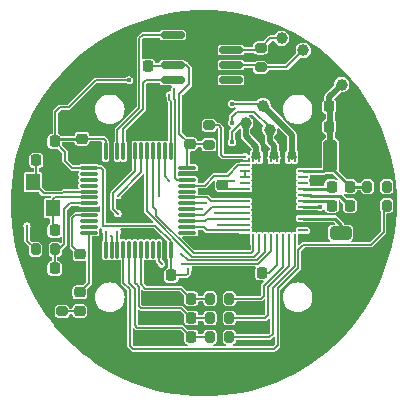
<source format=gbr>
%TF.GenerationSoftware,KiCad,Pcbnew,8.0.6*%
%TF.CreationDate,2024-12-04T23:44:22+08:00*%
%TF.ProjectId,f1oc,66316f63-2e6b-4696-9361-645f70636258,v0.1*%
%TF.SameCoordinates,Original*%
%TF.FileFunction,Copper,L1,Top*%
%TF.FilePolarity,Positive*%
%FSLAX46Y46*%
G04 Gerber Fmt 4.6, Leading zero omitted, Abs format (unit mm)*
G04 Created by KiCad (PCBNEW 8.0.6) date 2024-12-04 23:44:22*
%MOMM*%
%LPD*%
G01*
G04 APERTURE LIST*
G04 Aperture macros list*
%AMRoundRect*
0 Rectangle with rounded corners*
0 $1 Rounding radius*
0 $2 $3 $4 $5 $6 $7 $8 $9 X,Y pos of 4 corners*
0 Add a 4 corners polygon primitive as box body*
4,1,4,$2,$3,$4,$5,$6,$7,$8,$9,$2,$3,0*
0 Add four circle primitives for the rounded corners*
1,1,$1+$1,$2,$3*
1,1,$1+$1,$4,$5*
1,1,$1+$1,$6,$7*
1,1,$1+$1,$8,$9*
0 Add four rect primitives between the rounded corners*
20,1,$1+$1,$2,$3,$4,$5,0*
20,1,$1+$1,$4,$5,$6,$7,0*
20,1,$1+$1,$6,$7,$8,$9,0*
20,1,$1+$1,$8,$9,$2,$3,0*%
G04 Aperture macros list end*
%TA.AperFunction,SMDPad,CuDef*%
%ADD10RoundRect,0.225000X0.225000X0.250000X-0.225000X0.250000X-0.225000X-0.250000X0.225000X-0.250000X0*%
%TD*%
%TA.AperFunction,SMDPad,CuDef*%
%ADD11RoundRect,0.218750X0.256250X-0.218750X0.256250X0.218750X-0.256250X0.218750X-0.256250X-0.218750X0*%
%TD*%
%TA.AperFunction,SMDPad,CuDef*%
%ADD12C,1.000000*%
%TD*%
%TA.AperFunction,SMDPad,CuDef*%
%ADD13RoundRect,0.200000X0.275000X-0.200000X0.275000X0.200000X-0.275000X0.200000X-0.275000X-0.200000X0*%
%TD*%
%TA.AperFunction,SMDPad,CuDef*%
%ADD14R,0.812800X0.254000*%
%TD*%
%TA.AperFunction,SMDPad,CuDef*%
%ADD15R,0.254000X0.812800*%
%TD*%
%TA.AperFunction,SMDPad,CuDef*%
%ADD16R,3.810000X5.791200*%
%TD*%
%TA.AperFunction,SMDPad,CuDef*%
%ADD17RoundRect,0.225000X-0.225000X-0.250000X0.225000X-0.250000X0.225000X0.250000X-0.225000X0.250000X0*%
%TD*%
%TA.AperFunction,SMDPad,CuDef*%
%ADD18R,1.200000X1.400000*%
%TD*%
%TA.AperFunction,SMDPad,CuDef*%
%ADD19RoundRect,0.200000X0.200000X0.275000X-0.200000X0.275000X-0.200000X-0.275000X0.200000X-0.275000X0*%
%TD*%
%TA.AperFunction,SMDPad,CuDef*%
%ADD20RoundRect,0.225000X0.250000X-0.225000X0.250000X0.225000X-0.250000X0.225000X-0.250000X-0.225000X0*%
%TD*%
%TA.AperFunction,SMDPad,CuDef*%
%ADD21RoundRect,0.250000X-0.325000X-1.100000X0.325000X-1.100000X0.325000X1.100000X-0.325000X1.100000X0*%
%TD*%
%TA.AperFunction,SMDPad,CuDef*%
%ADD22RoundRect,0.250000X-0.650000X0.325000X-0.650000X-0.325000X0.650000X-0.325000X0.650000X0.325000X0*%
%TD*%
%TA.AperFunction,SMDPad,CuDef*%
%ADD23RoundRect,0.075000X-0.662500X-0.075000X0.662500X-0.075000X0.662500X0.075000X-0.662500X0.075000X0*%
%TD*%
%TA.AperFunction,SMDPad,CuDef*%
%ADD24RoundRect,0.075000X-0.075000X-0.662500X0.075000X-0.662500X0.075000X0.662500X-0.075000X0.662500X0*%
%TD*%
%TA.AperFunction,SMDPad,CuDef*%
%ADD25RoundRect,0.225000X-0.250000X0.225000X-0.250000X-0.225000X0.250000X-0.225000X0.250000X0.225000X0*%
%TD*%
%TA.AperFunction,SMDPad,CuDef*%
%ADD26RoundRect,0.150000X-0.825000X-0.150000X0.825000X-0.150000X0.825000X0.150000X-0.825000X0.150000X0*%
%TD*%
%TA.AperFunction,SMDPad,CuDef*%
%ADD27RoundRect,0.200000X-0.275000X0.200000X-0.275000X-0.200000X0.275000X-0.200000X0.275000X0.200000X0*%
%TD*%
%TA.AperFunction,SMDPad,CuDef*%
%ADD28RoundRect,0.200000X-0.200000X-0.275000X0.200000X-0.275000X0.200000X0.275000X-0.200000X0.275000X0*%
%TD*%
%TA.AperFunction,ViaPad*%
%ADD29C,0.406400*%
%TD*%
%TA.AperFunction,ViaPad*%
%ADD30C,0.381000*%
%TD*%
%TA.AperFunction,ViaPad*%
%ADD31C,0.762000*%
%TD*%
%TA.AperFunction,ViaPad*%
%ADD32C,0.304800*%
%TD*%
%TA.AperFunction,Conductor*%
%ADD33C,0.152400*%
%TD*%
%TA.AperFunction,Conductor*%
%ADD34C,0.203200*%
%TD*%
%TA.AperFunction,Conductor*%
%ADD35C,0.254000*%
%TD*%
%TA.AperFunction,Conductor*%
%ADD36C,0.508000*%
%TD*%
%TA.AperFunction,Conductor*%
%ADD37C,0.304800*%
%TD*%
G04 APERTURE END LIST*
D10*
%TO.P,C1,1*%
%TO.N,Net-(U1-NRST)*%
X108375000Y-81500000D03*
%TO.P,C1,2*%
%TO.N,GND*%
X106825000Y-81500000D03*
%TD*%
D11*
%TO.P,D2,1,K*%
%TO.N,Net-(D2-K)*%
X110511199Y-85118700D03*
%TO.P,D2,2,A*%
%TO.N,/LED*%
X110511199Y-83543700D03*
%TD*%
D12*
%TO.P,TP3,1,1*%
%TO.N,/MOTOR_C*%
X124556000Y-69192800D03*
%TD*%
D13*
%TO.P,R10,1*%
%TO.N,Net-(D2-K)*%
X109011200Y-85156200D03*
%TO.P,R10,2*%
%TO.N,GND*%
X109011200Y-83506200D03*
%TD*%
D10*
%TO.P,C17,1*%
%TO.N,Net-(U2-VREF{slash}ILIM)*%
X125940600Y-81892800D03*
%TO.P,C17,2*%
%TO.N,GND*%
X124390600Y-81892800D03*
%TD*%
%TO.P,C16,1*%
%TO.N,/CUR_C*%
X119947000Y-84077200D03*
%TO.P,C16,2*%
%TO.N,GND*%
X118397000Y-84077200D03*
%TD*%
D14*
%TO.P,U2,1,NC*%
%TO.N,unconnected-(U2-NC-Pad1)*%
X129401541Y-78296293D03*
%TO.P,U2,2,AGND*%
%TO.N,GND*%
X129401541Y-77796167D03*
%TO.P,U2,3,FB_BK*%
%TO.N,+3.3V*%
X129401541Y-77296041D03*
%TO.P,U2,4,GND_BK*%
%TO.N,GND*%
X129401541Y-76795915D03*
%TO.P,U2,5,SW_BK*%
%TO.N,/SW_BK*%
X129401541Y-76295789D03*
%TO.P,U2,6,CPL*%
%TO.N,Net-(U2-CPL)*%
X129401541Y-75795663D03*
%TO.P,U2,7,CPH*%
%TO.N,Net-(U2-CPH)*%
X129401541Y-75295537D03*
%TO.P,U2,8,CP*%
%TO.N,Net-(U2-CP)*%
X129401541Y-74795411D03*
%TO.P,U2,9,VM*%
%TO.N,+8~24V*%
X129401541Y-74295285D03*
%TO.P,U2,10,VM*%
X129401541Y-73795159D03*
%TO.P,U2,11,VM*%
X129401541Y-73295033D03*
%TO.P,U2,12,PGND*%
%TO.N,GND*%
X129401541Y-72794907D03*
D15*
%TO.P,U2,13,OUTA*%
%TO.N,/MOTOR_A*%
X128700882Y-72091200D03*
%TO.P,U2,14,OUTA*%
X128200756Y-72091200D03*
%TO.P,U2,15,PGND*%
%TO.N,GND*%
X127700630Y-72091200D03*
%TO.P,U2,16,OUTB*%
%TO.N,/MOTOR_B*%
X127200504Y-72091200D03*
%TO.P,U2,17,OUTB*%
X126700378Y-72091200D03*
%TO.P,U2,18,PGND*%
%TO.N,GND*%
X126200252Y-72091200D03*
%TO.P,U2,19,OUTC*%
%TO.N,/MOTOR_C*%
X125700126Y-72091200D03*
%TO.P,U2,20,OUTC*%
X125200000Y-72091200D03*
D14*
%TO.P,U2,21,DRVOFF*%
%TO.N,/DRV_OFF*%
X124499341Y-72794907D03*
%TO.P,U2,22,NFAULT*%
%TO.N,Net-(U2-NFAULT)*%
X124499341Y-73295033D03*
%TO.P,U2,23,NSLEEP*%
X124499341Y-73795159D03*
%TO.P,U2,24,NC*%
%TO.N,unconnected-(U2-NC-Pad24)*%
X124499341Y-74295285D03*
%TO.P,U2,25,AVDD*%
%TO.N,+3.3VA*%
X124499341Y-74795411D03*
%TO.P,U2,26,AGND*%
%TO.N,GND*%
X124499341Y-75295537D03*
%TO.P,U2,27,INHA*%
%TO.N,/IN_HA*%
X124499341Y-75795663D03*
%TO.P,U2,28,INLA*%
%TO.N,/IN_LA*%
X124499341Y-76295789D03*
%TO.P,U2,29,INHB*%
%TO.N,/IN_HB*%
X124499341Y-76795915D03*
%TO.P,U2,30,INLB*%
%TO.N,/IN_LB*%
X124499341Y-77296041D03*
%TO.P,U2,31,INHC*%
%TO.N,/IN_HC*%
X124499341Y-77796167D03*
%TO.P,U2,32,INLC*%
%TO.N,/IN_LC*%
X124499341Y-78296293D03*
D15*
%TO.P,U2,33,SDO*%
%TO.N,/MISO*%
X125200000Y-79000000D03*
%TO.P,U2,34,SDI*%
%TO.N,/MOSI*%
X125700126Y-79000000D03*
%TO.P,U2,35,SCLK*%
%TO.N,/SCK*%
X126200252Y-79000000D03*
%TO.P,U2,36,NSCS*%
%TO.N,/CS_DRV*%
X126700378Y-79000000D03*
%TO.P,U2,37,VREF/ILIM*%
%TO.N,Net-(U2-VREF{slash}ILIM)*%
X127200504Y-79000000D03*
%TO.P,U2,38,SOC*%
%TO.N,Net-(U2-SOC)*%
X127700630Y-79000000D03*
%TO.P,U2,39,SOB*%
%TO.N,Net-(U2-SOB)*%
X128200756Y-79000000D03*
%TO.P,U2,40,SOA*%
%TO.N,Net-(U2-SOA)*%
X128700882Y-79000000D03*
D16*
%TO.P,U2,41,EPAD*%
%TO.N,GND*%
X126950441Y-75545600D03*
%TD*%
D17*
%TO.P,C8,1*%
%TO.N,Net-(U2-CPL)*%
X131825000Y-76200000D03*
%TO.P,C8,2*%
%TO.N,Net-(U2-CPH)*%
X133375000Y-76200000D03*
%TD*%
D12*
%TO.P,TP2,1,1*%
%TO.N,/MOTOR_B*%
X126588000Y-69751600D03*
%TD*%
D18*
%TO.P,Y1,1,1*%
%TO.N,Net-(U1-PD0)*%
X106530000Y-74224000D03*
%TO.P,Y1,2,2*%
%TO.N,GND*%
X106530000Y-76424000D03*
%TO.P,Y1,3,3*%
%TO.N,Net-(U1-PD1)*%
X108230000Y-76424000D03*
%TO.P,Y1,4,4*%
%TO.N,GND*%
X108230000Y-74224000D03*
%TD*%
D19*
%TO.P,R4,1*%
%TO.N,Net-(U2-SOA)*%
X123184400Y-87328400D03*
%TO.P,R4,2*%
%TO.N,/CUR_A*%
X121534400Y-87328400D03*
%TD*%
%TO.P,R5,1*%
%TO.N,Net-(U2-SOB)*%
X123184400Y-85702800D03*
%TO.P,R5,2*%
%TO.N,/CUR_B*%
X121534400Y-85702800D03*
%TD*%
D20*
%TO.P,C6,1*%
%TO.N,+3.3VA*%
X122574800Y-74438200D03*
%TO.P,C6,2*%
%TO.N,GND*%
X122574800Y-72888200D03*
%TD*%
%TO.P,C19,1*%
%TO.N,+3.3V*%
X110687600Y-70526600D03*
%TO.P,C19,2*%
%TO.N,GND*%
X110687600Y-68976600D03*
%TD*%
D19*
%TO.P,R8,1*%
%TO.N,/V_BATT*%
X136506200Y-76200000D03*
%TO.P,R8,2*%
%TO.N,GND*%
X134856200Y-76200000D03*
%TD*%
D17*
%TO.P,C9,1*%
%TO.N,+8~24V*%
X131625000Y-67800000D03*
%TO.P,C9,2*%
%TO.N,GND*%
X133175000Y-67800000D03*
%TD*%
D21*
%TO.P,C5,1*%
%TO.N,+8~24V*%
X131725000Y-72000000D03*
%TO.P,C5,2*%
%TO.N,GND*%
X134675000Y-72000000D03*
%TD*%
D22*
%TO.P,C13,1*%
%TO.N,+3.3V*%
X132600000Y-78525000D03*
%TO.P,C13,2*%
%TO.N,GND*%
X132600000Y-81475000D03*
%TD*%
D10*
%TO.P,C15,1*%
%TO.N,/CUR_B*%
X119947000Y-85702800D03*
%TO.P,C15,2*%
%TO.N,GND*%
X118397000Y-85702800D03*
%TD*%
D23*
%TO.P,U1,1,VBAT*%
%TO.N,+3.3V*%
X111287500Y-73000000D03*
%TO.P,U1,2,PC13*%
%TO.N,unconnected-(U1-PC13-Pad2)*%
X111287500Y-73500000D03*
%TO.P,U1,3,PC14*%
%TO.N,unconnected-(U1-PC14-Pad3)*%
X111287500Y-74000000D03*
%TO.P,U1,4,PC15*%
%TO.N,unconnected-(U1-PC15-Pad4)*%
X111287500Y-74500000D03*
%TO.P,U1,5,PD0*%
%TO.N,Net-(U1-PD0)*%
X111287500Y-75000000D03*
%TO.P,U1,6,PD1*%
%TO.N,Net-(U1-PD1)*%
X111287500Y-75500000D03*
%TO.P,U1,7,NRST*%
%TO.N,Net-(U1-NRST)*%
X111287500Y-76000000D03*
%TO.P,U1,8,VSSA*%
%TO.N,GND*%
X111287500Y-76500000D03*
%TO.P,U1,9,VDDA*%
%TO.N,+3.3VA*%
X111287500Y-77000000D03*
%TO.P,U1,10,PA0*%
%TO.N,unconnected-(U1-PA0-Pad10)*%
X111287500Y-77500000D03*
%TO.P,U1,11,PA1*%
%TO.N,unconnected-(U1-PA1-Pad11)*%
X111287500Y-78000000D03*
%TO.P,U1,12,PA2*%
%TO.N,/LED*%
X111287500Y-78500000D03*
D24*
%TO.P,U1,13,PA3*%
%TO.N,/VOL_A*%
X112700000Y-79912500D03*
%TO.P,U1,14,PA4*%
%TO.N,/VOL_B*%
X113200000Y-79912500D03*
%TO.P,U1,15,PA5*%
%TO.N,/VOL_C*%
X113700000Y-79912500D03*
%TO.P,U1,16,PA6*%
%TO.N,/V_BATT*%
X114200000Y-79912500D03*
%TO.P,U1,17,PA7*%
%TO.N,/CUR_A*%
X114700000Y-79912500D03*
%TO.P,U1,18,PB0*%
%TO.N,/CUR_B*%
X115200000Y-79912500D03*
%TO.P,U1,19,PB1*%
%TO.N,/CUR_C*%
X115700000Y-79912500D03*
%TO.P,U1,20,PB2*%
%TO.N,unconnected-(U1-PB2-Pad20)*%
X116200000Y-79912500D03*
%TO.P,U1,21,PB10*%
%TO.N,unconnected-(U1-PB10-Pad21)*%
X116700000Y-79912500D03*
%TO.P,U1,22,PB11*%
%TO.N,/CS_DRV*%
X117200000Y-79912500D03*
%TO.P,U1,23,VSS*%
%TO.N,GND*%
X117700000Y-79912500D03*
%TO.P,U1,24,VDD*%
%TO.N,+3.3V*%
X118200000Y-79912500D03*
D23*
%TO.P,U1,25,PB12*%
%TO.N,unconnected-(U1-PB12-Pad25)*%
X119612500Y-78500000D03*
%TO.P,U1,26,PB13*%
%TO.N,/IN_LC*%
X119612500Y-78000000D03*
%TO.P,U1,27,PB14*%
%TO.N,/IN_LB*%
X119612500Y-77500000D03*
%TO.P,U1,28,PB15*%
%TO.N,/IN_LA*%
X119612500Y-77000000D03*
%TO.P,U1,29,PA8*%
%TO.N,/IN_HC*%
X119612500Y-76500000D03*
%TO.P,U1,30,PA9*%
%TO.N,/IN_HB*%
X119612500Y-76000000D03*
%TO.P,U1,31,PA10*%
%TO.N,/IN_HA*%
X119612500Y-75500000D03*
%TO.P,U1,32,PA11*%
%TO.N,unconnected-(U1-PA11-Pad32)*%
X119612500Y-75000000D03*
%TO.P,U1,33,PA12*%
%TO.N,/DRV_OFF*%
X119612500Y-74500000D03*
%TO.P,U1,34,PA13*%
%TO.N,/SWD*%
X119612500Y-74000000D03*
%TO.P,U1,35,VSS*%
%TO.N,GND*%
X119612500Y-73500000D03*
%TO.P,U1,36,VDD*%
%TO.N,+3.3V*%
X119612500Y-73000000D03*
D24*
%TO.P,U1,37,PA14*%
%TO.N,/SWCLK*%
X118200000Y-71587500D03*
%TO.P,U1,38,PA15*%
%TO.N,/CS*%
X117700000Y-71587500D03*
%TO.P,U1,39,PB3*%
%TO.N,/SCK*%
X117200000Y-71587500D03*
%TO.P,U1,40,PB4*%
%TO.N,/MISO*%
X116700000Y-71587500D03*
%TO.P,U1,41,PB5*%
%TO.N,/MOSI*%
X116200000Y-71587500D03*
%TO.P,U1,42,PB6*%
%TO.N,Net-(U1-PB6)*%
X115700000Y-71587500D03*
%TO.P,U1,43,PB7*%
%TO.N,Net-(U1-PB7)*%
X115200000Y-71587500D03*
%TO.P,U1,44,BOOT0*%
%TO.N,GND*%
X114700000Y-71587500D03*
%TO.P,U1,45,PB8*%
%TO.N,/CAN_RX*%
X114200000Y-71587500D03*
%TO.P,U1,46,PB9*%
%TO.N,/CAN_TX*%
X113700000Y-71587500D03*
%TO.P,U1,47,VSS*%
%TO.N,GND*%
X113200000Y-71587500D03*
%TO.P,U1,48,VDD*%
%TO.N,+3.3V*%
X112700000Y-71587500D03*
%TD*%
D10*
%TO.P,C21,1*%
%TO.N,+3.3V*%
X118269800Y-82096000D03*
%TO.P,C21,2*%
%TO.N,GND*%
X116719800Y-82096000D03*
%TD*%
D20*
%TO.P,C20,1*%
%TO.N,+3.3V*%
X119831600Y-70983800D03*
%TO.P,C20,2*%
%TO.N,GND*%
X119831600Y-69433800D03*
%TD*%
D10*
%TO.P,C3,1*%
%TO.N,Net-(U1-PD1)*%
X108375000Y-78296000D03*
%TO.P,C3,2*%
%TO.N,GND*%
X106825000Y-78296000D03*
%TD*%
D17*
%TO.P,C10,1*%
%TO.N,Net-(U2-CP)*%
X131825000Y-74600000D03*
%TO.P,C10,2*%
%TO.N,+8~24V*%
X133375000Y-74600000D03*
%TD*%
D19*
%TO.P,R6,1*%
%TO.N,Net-(U2-SOC)*%
X123184400Y-84077200D03*
%TO.P,R6,2*%
%TO.N,/CUR_C*%
X121534400Y-84077200D03*
%TD*%
D12*
%TO.P,TP4,1,1*%
%TO.N,Net-(U3-CANH)*%
X127604000Y-62030000D03*
%TD*%
%TO.P,TP7,1,1*%
%TO.N,GND*%
X131109200Y-64417600D03*
%TD*%
%TO.P,TP6,1,1*%
%TO.N,+8~24V*%
X132684000Y-65941600D03*
%TD*%
D25*
%TO.P,C11,1*%
%TO.N,+3.3VA*%
X110535200Y-80305000D03*
%TO.P,C11,2*%
%TO.N,GND*%
X110535200Y-81855000D03*
%TD*%
D10*
%TO.P,C14,1*%
%TO.N,/CUR_A*%
X119947000Y-87328400D03*
%TO.P,C14,2*%
%TO.N,GND*%
X118397000Y-87328400D03*
%TD*%
D12*
%TO.P,TP1,1,1*%
%TO.N,/MOTOR_A*%
X126029200Y-67719600D03*
%TD*%
D17*
%TO.P,C12,1*%
%TO.N,+8~24V*%
X131625000Y-69500000D03*
%TO.P,C12,2*%
%TO.N,GND*%
X133175000Y-69500000D03*
%TD*%
D26*
%TO.P,U3,1,D*%
%TO.N,/CAN_TX*%
X118372600Y-61750600D03*
%TO.P,U3,2,GND*%
%TO.N,GND*%
X118372600Y-63020600D03*
%TO.P,U3,3,VCC*%
%TO.N,+3.3V*%
X118372600Y-64290600D03*
%TO.P,U3,4,R*%
%TO.N,/CAN_RX*%
X118372600Y-65560600D03*
%TO.P,U3,5,Vref*%
%TO.N,unconnected-(U3-Vref-Pad5)*%
X123322600Y-65560600D03*
%TO.P,U3,6,CANL*%
%TO.N,Net-(U3-CANL)*%
X123322600Y-64290600D03*
%TO.P,U3,7,CANH*%
%TO.N,Net-(U3-CANH)*%
X123322600Y-63020600D03*
%TO.P,U3,8,Rs*%
%TO.N,GND*%
X123322600Y-61750600D03*
%TD*%
D27*
%TO.P,R2,1*%
%TO.N,Net-(U3-CANH)*%
X125822600Y-62848400D03*
%TO.P,R2,2*%
%TO.N,Net-(U3-CANL)*%
X125822600Y-64498400D03*
%TD*%
D10*
%TO.P,C18,1*%
%TO.N,+3.3V*%
X108375000Y-70750000D03*
%TO.P,C18,2*%
%TO.N,GND*%
X106825000Y-70750000D03*
%TD*%
%TO.P,C4,1*%
%TO.N,+3.3V*%
X116288600Y-64366800D03*
%TO.P,C4,2*%
%TO.N,GND*%
X114738600Y-64366800D03*
%TD*%
D27*
%TO.P,R17,1*%
%TO.N,Net-(U2-NFAULT)*%
X121457200Y-69396000D03*
%TO.P,R17,2*%
%TO.N,+3.3V*%
X121457200Y-71046000D03*
%TD*%
D12*
%TO.P,TP5,1,1*%
%TO.N,Net-(U3-CANL)*%
X129432800Y-63046000D03*
%TD*%
D28*
%TO.P,R1,1*%
%TO.N,+3.3V*%
X106775000Y-79898000D03*
%TO.P,R1,2*%
%TO.N,Net-(U1-NRST)*%
X108425000Y-79898000D03*
%TD*%
D17*
%TO.P,C2,1*%
%TO.N,Net-(U1-PD0)*%
X106825000Y-72352000D03*
%TO.P,C2,2*%
%TO.N,GND*%
X108375000Y-72352000D03*
%TD*%
D19*
%TO.P,R7,1*%
%TO.N,/V_BATT*%
X136506200Y-74600000D03*
%TO.P,R7,2*%
%TO.N,+8~24V*%
X134856200Y-74600000D03*
%TD*%
D29*
%TO.N,GND*%
X134817600Y-81334000D03*
X110890800Y-71834400D03*
X110890800Y-86617200D03*
X116682000Y-85702800D03*
X116732800Y-84026400D03*
X107639600Y-69396000D03*
X129940800Y-72037600D03*
X121508000Y-61776000D03*
X130906000Y-86668000D03*
X124683000Y-86541000D03*
X109443000Y-80445000D03*
X126969000Y-66729000D03*
X125521200Y-69954800D03*
X122981200Y-79606800D03*
X116580400Y-88954000D03*
X108249200Y-74171200D03*
X120187200Y-61776000D03*
X124683000Y-84890000D03*
X128670800Y-65586000D03*
X127807200Y-73815600D03*
X119222000Y-88954000D03*
X123159000Y-82731000D03*
X120949200Y-72393200D03*
X120796800Y-82197600D03*
X134081000Y-75365000D03*
X113532400Y-86617200D03*
X116834400Y-66475000D03*
X107588800Y-83010400D03*
X124683000Y-87811000D03*
X120746000Y-86541000D03*
X128366000Y-86718800D03*
X127502400Y-70462800D03*
X111957600Y-79505200D03*
X120746000Y-84890000D03*
X112567200Y-81791200D03*
X120796800Y-79606800D03*
X116631200Y-87328400D03*
X126130800Y-77168400D03*
X124429000Y-88954000D03*
X122524000Y-68380000D03*
X135884400Y-72901200D03*
X113532400Y-73307600D03*
X121558800Y-74933200D03*
X125064000Y-65586000D03*
X113481600Y-63350800D03*
X116428000Y-69269000D03*
X121787400Y-88954000D03*
X126994400Y-88954000D03*
X130499600Y-81232400D03*
X134360400Y-69446800D03*
X115793000Y-78540000D03*
X127807200Y-77168400D03*
X135325600Y-78184400D03*
X110789200Y-65738400D03*
X132582400Y-83467600D03*
X106522000Y-76406400D03*
X127096000Y-63681000D03*
X130702800Y-74018800D03*
D30*
%TO.N,+3.3V*%
X114700800Y-65586000D03*
D31*
X132600000Y-78524999D03*
D30*
X116326400Y-64417600D03*
D32*
X119120400Y-64290600D03*
X112465600Y-77879600D03*
X106039400Y-77905000D03*
X119679200Y-81537200D03*
%TO.N,+3.3VA*%
X110535200Y-80305000D03*
X123575000Y-74095000D03*
%TO.N,/CS*%
X118095000Y-74095000D03*
%TO.N,/IN_HC*%
X122200000Y-77800000D03*
X120896934Y-76496934D03*
%TO.N,/SCK*%
X119120400Y-80267200D03*
X117200000Y-75400000D03*
%TO.N,/SWD*%
X118517471Y-66340218D03*
%TO.N,/MISO*%
X117000000Y-76600000D03*
%TO.N,/SWCLK*%
X118104400Y-66805200D03*
%TO.N,/IN_HB*%
X121200000Y-76000000D03*
X121995915Y-76795915D03*
D30*
%TO.N,/SW_BK*%
X130855200Y-76304800D03*
D32*
%TO.N,/CS_DRV*%
X119171200Y-81130800D03*
X117444000Y-81130800D03*
D30*
%TO.N,/MOTOR_B*%
X123387600Y-69192800D03*
%TO.N,/MOTOR_A*%
X123387600Y-67567200D03*
%TO.N,/MOTOR_C*%
X123387600Y-70818400D03*
D32*
%TO.N,/VOL_A*%
X112719600Y-78387600D03*
%TO.N,/VOL_B*%
X113176800Y-78743200D03*
%TO.N,/VOL_C*%
X113700000Y-78402800D03*
%TO.N,Net-(U1-PB7)*%
X113735600Y-76863600D03*
%TO.N,Net-(U1-PB6)*%
X113735600Y-75339600D03*
%TO.N,Net-(U2-NFAULT)*%
X124505200Y-73510800D03*
X124505200Y-72037600D03*
%TD*%
D33*
%TO.N,Net-(U1-NRST)*%
X108375000Y-79948000D02*
X108425000Y-79898000D01*
X108720000Y-79898000D02*
X109214400Y-79403600D01*
X109214400Y-76457200D02*
X109671600Y-76000000D01*
X109214400Y-79403600D02*
X109214400Y-76457200D01*
X108425000Y-79898000D02*
X108720000Y-79898000D01*
X109671600Y-76000000D02*
X111287500Y-76000000D01*
X108375000Y-81500000D02*
X108375000Y-79948000D01*
D34*
%TO.N,+3.3V*%
X119501400Y-64290600D02*
X119780800Y-64570000D01*
D33*
X109265200Y-71640200D02*
X109265200Y-72393200D01*
X119526800Y-82096000D02*
X118269800Y-82096000D01*
X116288600Y-64366800D02*
X118296400Y-64366800D01*
X118200000Y-82026200D02*
X118269800Y-82096000D01*
D35*
X108560600Y-70564400D02*
X108375000Y-70750000D01*
D33*
X106039400Y-79162400D02*
X106775000Y-79898000D01*
X108808000Y-67872000D02*
X109570000Y-67872000D01*
X109872000Y-73000000D02*
X111287500Y-73000000D01*
D35*
X110687600Y-70526600D02*
X110649800Y-70564400D01*
D33*
X112700000Y-70697200D02*
X112700000Y-71587500D01*
X119679200Y-81943600D02*
X119526800Y-82096000D01*
X116904599Y-77879600D02*
X118200000Y-79175001D01*
D34*
X119780800Y-64570000D02*
X119780800Y-65890800D01*
D33*
X108430300Y-70694700D02*
X108430300Y-68249700D01*
X118200000Y-79175001D02*
X118200000Y-79912500D01*
X119612500Y-73000000D02*
X119612500Y-71202900D01*
X118200000Y-79912500D02*
X118200000Y-82026200D01*
X108430300Y-68249700D02*
X108808000Y-67872000D01*
D35*
X110649800Y-70564400D02*
X108560600Y-70564400D01*
D34*
X118265600Y-64397600D02*
X118372600Y-64290600D01*
D33*
X112310400Y-73000000D02*
X111287500Y-73000000D01*
X119612500Y-71202900D02*
X119831600Y-70983800D01*
X109265200Y-72393200D02*
X109872000Y-73000000D01*
D34*
X118950200Y-70102400D02*
X119831600Y-70983800D01*
D33*
X112465600Y-77879600D02*
X112465600Y-73155200D01*
X109570000Y-67872000D02*
X111856000Y-65586000D01*
X112529400Y-70526600D02*
X112700000Y-70697200D01*
X121395000Y-70983800D02*
X121457200Y-71046000D01*
X106039400Y-77905000D02*
X106039400Y-79162400D01*
D34*
X119780800Y-65890800D02*
X118950200Y-66721400D01*
D35*
X129401541Y-77296041D02*
X132100441Y-77296041D01*
D33*
X108375000Y-70750000D02*
X108430300Y-70694700D01*
X112465600Y-73155200D02*
X112310400Y-73000000D01*
X119679200Y-81537200D02*
X119679200Y-81943600D01*
D34*
X118950200Y-66721400D02*
X118950200Y-70102400D01*
D33*
X112465600Y-77879600D02*
X116904599Y-77879600D01*
D35*
X132600000Y-77795600D02*
X132600000Y-78524999D01*
D33*
X110687600Y-70526600D02*
X112529400Y-70526600D01*
X108375000Y-70750000D02*
X109265200Y-71640200D01*
D34*
X118372600Y-64290600D02*
X119120400Y-64290600D01*
D33*
X118296400Y-64366800D02*
X118372600Y-64290600D01*
D35*
X132100441Y-77296041D02*
X132600000Y-77795600D01*
D34*
X119120400Y-64290600D02*
X119501400Y-64290600D01*
D33*
X111856000Y-65586000D02*
X114700800Y-65586000D01*
X119831600Y-70983800D02*
X121395000Y-70983800D01*
%TO.N,+3.3VA*%
X123575000Y-74095000D02*
X122918000Y-74095000D01*
X110535200Y-80305000D02*
X109874800Y-79644600D01*
X122932011Y-74795411D02*
X122574800Y-74438200D01*
X109874800Y-77270000D02*
X110144801Y-76999999D01*
X122918000Y-74095000D02*
X122574800Y-74438200D01*
D35*
X122574800Y-74425200D02*
X122574800Y-74438200D01*
D33*
X124499341Y-74795411D02*
X122932011Y-74795411D01*
X110144801Y-76999999D02*
X111287500Y-76999999D01*
X109874800Y-79644600D02*
X109874800Y-77270000D01*
%TO.N,/IN_LA*%
X120349999Y-76999999D02*
X120350000Y-77000000D01*
X120350000Y-77000000D02*
X121000000Y-77000000D01*
X121000000Y-77000000D02*
X121704211Y-76295789D01*
X121704211Y-76295789D02*
X124499341Y-76295789D01*
X119612500Y-76999999D02*
X120349999Y-76999999D01*
%TO.N,/IN_HA*%
X121306132Y-75500000D02*
X121601795Y-75795663D01*
X121601795Y-75795663D02*
X124499341Y-75795663D01*
X119612500Y-75500000D02*
X121306132Y-75500000D01*
%TO.N,/CAN_TX*%
X115564400Y-62030000D02*
X115564400Y-67898148D01*
X118372600Y-61750600D02*
X115843800Y-61750600D01*
X115843800Y-61750600D02*
X115564400Y-62030000D01*
X115564400Y-67898148D02*
X113700000Y-69762548D01*
X113700000Y-69762548D02*
X113700000Y-71587500D01*
%TO.N,/IN_LB*%
X121100000Y-77500000D02*
X121303959Y-77296041D01*
X119612500Y-77500000D02*
X121100000Y-77500000D01*
X121303959Y-77296041D02*
X124499341Y-77296041D01*
%TO.N,/CS*%
X118095000Y-74095000D02*
X117700000Y-73700000D01*
X117700000Y-73700000D02*
X117700000Y-71587500D01*
%TO.N,Net-(U1-PD0)*%
X109045800Y-75152600D02*
X109198400Y-75000000D01*
X107458600Y-75152600D02*
X109045800Y-75152600D01*
X106825000Y-72352000D02*
X106825000Y-73929000D01*
X109198400Y-75000000D02*
X111287500Y-75000000D01*
X106825000Y-73929000D02*
X106530000Y-74224000D01*
X106530000Y-74224000D02*
X107458600Y-75152600D01*
%TO.N,/IN_HC*%
X120893868Y-76500000D02*
X120896934Y-76496934D01*
X122203833Y-77796167D02*
X124499341Y-77796167D01*
X122200000Y-77800000D02*
X122203833Y-77796167D01*
X119612500Y-76500000D02*
X120893868Y-76500000D01*
%TO.N,/SCK*%
X126200252Y-79000000D02*
X126200252Y-80122296D01*
X126200252Y-80122296D02*
X125512948Y-80809600D01*
X125512948Y-80809600D02*
X119662800Y-80809600D01*
X119662800Y-80809600D02*
X119120400Y-80267200D01*
X117200000Y-71587500D02*
X117200000Y-75400000D01*
%TO.N,/SWD*%
X118578600Y-73832600D02*
X118746000Y-74000000D01*
X118578600Y-67228600D02*
X118578600Y-73832600D01*
X118510800Y-66346889D02*
X118510800Y-67160800D01*
X118746000Y-74000000D02*
X119612500Y-74000000D01*
X118517471Y-66340218D02*
X118510800Y-66346889D01*
X118510800Y-67160800D02*
X118578600Y-67228600D01*
%TO.N,/MISO*%
X120143566Y-80200000D02*
X117000000Y-77056434D01*
X116699999Y-76299999D02*
X117000000Y-76600000D01*
X125200000Y-79000000D02*
X125200000Y-80000000D01*
X116699999Y-71587500D02*
X116699999Y-76299999D01*
X117000000Y-77056434D02*
X117000000Y-76600000D01*
X125000000Y-80200000D02*
X120143566Y-80200000D01*
X125200000Y-80000000D02*
X125000000Y-80200000D01*
%TO.N,Net-(U1-PD1)*%
X108393600Y-75500000D02*
X111287500Y-75500000D01*
X108230000Y-76424000D02*
X108230000Y-78151000D01*
X108230000Y-75663600D02*
X108393600Y-75500000D01*
X108230000Y-76424000D02*
X108230000Y-75663600D01*
X108230000Y-78151000D02*
X108375000Y-78296000D01*
%TO.N,/CAN_RX*%
X115869200Y-65789200D02*
X116097800Y-65560600D01*
X114200001Y-71587500D02*
X114200001Y-69693599D01*
X116097800Y-65560600D02*
X118372600Y-65560600D01*
X115869200Y-68024400D02*
X115869200Y-65789200D01*
X114200001Y-69693599D02*
X115869200Y-68024400D01*
%TO.N,/SWCLK*%
X118104400Y-66805200D02*
X118104400Y-67211600D01*
X118206000Y-67313200D02*
X118206000Y-71581500D01*
X118206000Y-71581500D02*
X118200000Y-71587500D01*
X118104400Y-67211600D02*
X118206000Y-67313200D01*
%TO.N,/IN_LC*%
X121000000Y-78000000D02*
X121296293Y-78296293D01*
X121296293Y-78296293D02*
X124499341Y-78296293D01*
X119612500Y-78000000D02*
X121000000Y-78000000D01*
%TO.N,/MOSI*%
X116200000Y-76687486D02*
X120017314Y-80504800D01*
X116200000Y-71587500D02*
X116200000Y-76687486D01*
X125700126Y-80099874D02*
X125700126Y-79000000D01*
X120017314Y-80504800D02*
X125295200Y-80504800D01*
X125295200Y-80504800D02*
X125700126Y-80099874D01*
%TO.N,/IN_HB*%
X119612500Y-76000000D02*
X121200000Y-76000000D01*
X121995915Y-76795915D02*
X124499341Y-76795915D01*
D35*
%TO.N,/SW_BK*%
X130846189Y-76295789D02*
X130855200Y-76304800D01*
X129401541Y-76295789D02*
X130846189Y-76295789D01*
D33*
%TO.N,/CS_DRV*%
X117444000Y-81130800D02*
X117200000Y-80886800D01*
X119187600Y-81114400D02*
X125639200Y-81114400D01*
X117200000Y-80886800D02*
X117200000Y-79912500D01*
X125639200Y-81114400D02*
X126700378Y-80053222D01*
X119171200Y-81130800D02*
X119187600Y-81114400D01*
X126700378Y-80053222D02*
X126700378Y-79000000D01*
%TO.N,/CUR_B*%
X119120400Y-84890000D02*
X115716800Y-84890000D01*
X119947000Y-85702800D02*
X119933200Y-85702800D01*
X115488200Y-84661400D02*
X115488200Y-83042492D01*
X115407900Y-82955500D02*
X115200000Y-82747600D01*
X115200000Y-82747600D02*
X115200000Y-79912500D01*
X121534400Y-85702800D02*
X119947000Y-85702800D01*
X115488200Y-83042492D02*
X115407900Y-82962192D01*
X115716800Y-84890000D02*
X115488200Y-84661400D01*
X115407900Y-82962192D02*
X115407900Y-82955500D01*
X119933200Y-85702800D02*
X119120400Y-84890000D01*
%TO.N,/CUR_C*%
X119069600Y-83213600D02*
X119933200Y-84077200D01*
X116072400Y-83213600D02*
X119069600Y-83213600D01*
X115700000Y-79912500D02*
X115700000Y-82841200D01*
X119933200Y-84077200D02*
X119947000Y-84077200D01*
X119947000Y-84077200D02*
X121534400Y-84077200D01*
X115700000Y-82841200D02*
X116072400Y-83213600D01*
%TO.N,/CUR_A*%
X119947000Y-87328400D02*
X121534400Y-87328400D01*
X119134200Y-86515600D02*
X119947000Y-87328400D01*
X115183400Y-83239000D02*
X115183400Y-86337800D01*
X115361200Y-86515600D02*
X119134200Y-86515600D01*
X114700000Y-79912500D02*
X114700000Y-82755600D01*
X114700000Y-82755600D02*
X115183400Y-83239000D01*
X115183400Y-86337800D02*
X115361200Y-86515600D01*
%TO.N,/V_BATT*%
X136240000Y-76466200D02*
X136506200Y-76200000D01*
X127272903Y-83189097D02*
X129005682Y-81456318D01*
X129005682Y-81456318D02*
X129005682Y-79932318D01*
X127272903Y-88015097D02*
X127272903Y-83189097D01*
X129432800Y-79505200D02*
X135147800Y-79505200D01*
X135147800Y-79505200D02*
X136240000Y-78413000D01*
X114200001Y-79912500D02*
X114200001Y-82736196D01*
X114200001Y-82736196D02*
X114751600Y-83287795D01*
X114751600Y-88039600D02*
X115031000Y-88319000D01*
X115031000Y-88319000D02*
X126969000Y-88319000D01*
X126969000Y-88319000D02*
X127272903Y-88015097D01*
X129005682Y-79932318D02*
X129432800Y-79505200D01*
X114751600Y-83287795D02*
X114751600Y-88039600D01*
X136240000Y-78413000D02*
X136240000Y-76466200D01*
D36*
%TO.N,/MOTOR_B*%
X126588000Y-70716800D02*
X126994400Y-71123200D01*
D37*
X126700378Y-72091200D02*
X126994400Y-72091200D01*
D34*
X123387600Y-69192800D02*
X123387600Y-68684800D01*
D37*
X126994400Y-72091200D02*
X127200504Y-72091200D01*
D36*
X126588000Y-69751600D02*
X126588000Y-70716800D01*
X126994400Y-71123200D02*
X126994400Y-72091200D01*
D34*
X123844800Y-68227600D02*
X125267200Y-68227600D01*
X126588000Y-69548400D02*
X126588000Y-69751600D01*
X125267200Y-68227600D02*
X126588000Y-69548400D01*
X123387600Y-68684800D02*
X123844800Y-68227600D01*
D37*
%TO.N,/MOTOR_A*%
X128200756Y-72091200D02*
X128467600Y-72091200D01*
D36*
X128467600Y-70192154D02*
X128467600Y-72091200D01*
D34*
X125927600Y-67618000D02*
X123438400Y-67618000D01*
D37*
X128467600Y-72091200D02*
X128700882Y-72091200D01*
D36*
X127461977Y-69162673D02*
X127700470Y-69425024D01*
X127700470Y-69425024D02*
X128467600Y-70192154D01*
X126029200Y-67729896D02*
X127461977Y-69162673D01*
X126029200Y-67719600D02*
X126029200Y-67729896D01*
D34*
X123438400Y-67618000D02*
X123387600Y-67567200D01*
X126029200Y-67719600D02*
X125927600Y-67618000D01*
D35*
%TO.N,+8~24V*%
X131724999Y-72907399D02*
X131724999Y-72000000D01*
X131121767Y-73295033D02*
X131724999Y-72691801D01*
X133375000Y-74600000D02*
X134856200Y-74600000D01*
X133375000Y-74557400D02*
X131724999Y-72907399D01*
D36*
X131724999Y-72000000D02*
X131724999Y-67899999D01*
D35*
X133375000Y-74600000D02*
X133375000Y-74557400D01*
D36*
X131625000Y-67000600D02*
X132684000Y-65941600D01*
X131625000Y-67800000D02*
X131625000Y-67000600D01*
X131724999Y-67899999D02*
X131625000Y-67800000D01*
D35*
X131724999Y-72691801D02*
X131724999Y-72000000D01*
X129401541Y-73295033D02*
X131121767Y-73295033D01*
D33*
%TO.N,Net-(U2-SOC)*%
X126080000Y-83823200D02*
X126080000Y-82985748D01*
X123184400Y-84077200D02*
X125826000Y-84077200D01*
X126080000Y-82985748D02*
X127700630Y-81365118D01*
X127700630Y-81365118D02*
X127700630Y-79000000D01*
X125826000Y-84077200D02*
X126080000Y-83823200D01*
D37*
%TO.N,/MOTOR_C*%
X125700126Y-72091200D02*
X125470400Y-72091200D01*
D36*
X124556000Y-69192800D02*
X124556000Y-70310400D01*
X125470400Y-71224800D02*
X125470400Y-72091200D01*
X124556000Y-70310400D02*
X125470400Y-71224800D01*
D34*
X124556000Y-69192800D02*
X124149600Y-69192800D01*
X123387600Y-69954800D02*
X123387600Y-70818400D01*
D37*
X125470400Y-72091200D02*
X125200000Y-72091200D01*
D34*
X124149600Y-69192800D02*
X123387600Y-69954800D01*
D33*
%TO.N,Net-(U2-SOB)*%
X126219700Y-85702800D02*
X126461000Y-85461500D01*
X126461000Y-85461500D02*
X126461000Y-83061948D01*
X123184400Y-85702800D02*
X126219700Y-85702800D01*
X128200756Y-81322192D02*
X128200756Y-79000000D01*
X126461000Y-83061948D02*
X128200756Y-81322192D01*
%TO.N,Net-(U2-SOA)*%
X123184400Y-87328400D02*
X126562600Y-87328400D01*
X126842000Y-87049000D02*
X126842000Y-83162800D01*
X126842000Y-83162800D02*
X128700882Y-81303918D01*
X126562600Y-87328400D02*
X126842000Y-87049000D01*
X128700882Y-81303918D02*
X128700882Y-79000000D01*
D35*
%TO.N,Net-(U2-CP)*%
X131629589Y-74795411D02*
X129401541Y-74795411D01*
X131825000Y-74600000D02*
X131629589Y-74795411D01*
D33*
%TO.N,Net-(U2-VREF{slash}ILIM)*%
X127200504Y-81229496D02*
X127200504Y-79000000D01*
X125940600Y-81892800D02*
X126537200Y-81892800D01*
X126537200Y-81892800D02*
X127200504Y-81229496D01*
%TO.N,Net-(D2-K)*%
X109011200Y-85156200D02*
X110473700Y-85156200D01*
X110473700Y-85156200D02*
X110511199Y-85118701D01*
%TO.N,/VOL_A*%
X112719600Y-78387600D02*
X112700000Y-78407200D01*
X112700000Y-78407200D02*
X112700000Y-79912500D01*
%TO.N,/VOL_B*%
X113200000Y-78766400D02*
X113200000Y-79912500D01*
X113176800Y-78743200D02*
X113200000Y-78766400D01*
%TO.N,/VOL_C*%
X113700000Y-78402800D02*
X113700000Y-79912500D01*
%TO.N,Net-(U1-PB7)*%
X113735600Y-76863600D02*
X113333200Y-76461200D01*
X113333200Y-76461200D02*
X113333200Y-75132400D01*
X113333200Y-75132400D02*
X115200000Y-73265600D01*
X115200000Y-73265600D02*
X115200000Y-71587500D01*
%TO.N,Net-(U1-PB6)*%
X115700000Y-73375200D02*
X113735600Y-75339600D01*
X115700000Y-71587500D02*
X115700000Y-73375200D01*
D35*
%TO.N,Net-(U2-CPL)*%
X131421800Y-75796800D02*
X129402678Y-75796800D01*
X129402678Y-75796800D02*
X129401541Y-75795663D01*
X131825000Y-76200000D02*
X131421800Y-75796800D01*
%TO.N,Net-(U2-CPH)*%
X129401541Y-75295537D02*
X129960341Y-75295537D01*
X129960341Y-75295537D02*
X130055204Y-75390400D01*
X132565400Y-75390400D02*
X133375000Y-76200000D01*
X130055204Y-75390400D02*
X132565400Y-75390400D01*
D33*
%TO.N,/LED*%
X111287500Y-82767398D02*
X111287500Y-78500000D01*
X110511199Y-83543699D02*
X111287500Y-82767398D01*
D34*
%TO.N,Net-(U3-CANH)*%
X127604000Y-62030000D02*
X126641000Y-62030000D01*
X126641000Y-62030000D02*
X125822600Y-62848400D01*
X125650400Y-63020600D02*
X125822600Y-62848400D01*
X123322600Y-63020600D02*
X125650400Y-63020600D01*
%TO.N,Net-(U3-CANL)*%
X127980400Y-64498400D02*
X129432800Y-63046000D01*
X125614800Y-64290600D02*
X125822600Y-64498400D01*
X125822600Y-64498400D02*
X127980400Y-64498400D01*
X123322600Y-64290600D02*
X125614800Y-64290600D01*
D33*
%TO.N,Net-(U2-NFAULT)*%
X124499341Y-73795159D02*
X124499341Y-73295033D01*
X122625600Y-72037600D02*
X122473200Y-71885200D01*
X122473200Y-69599200D02*
X122270000Y-69396000D01*
X122473200Y-71885200D02*
X122473200Y-69599200D01*
X124505200Y-72037600D02*
X122625600Y-72037600D01*
X122270000Y-69396000D02*
X121457200Y-69396000D01*
%TO.N,/DRV_OFF*%
X123892415Y-72794907D02*
X123024122Y-73663200D01*
X124499341Y-72794907D02*
X123892415Y-72794907D01*
X123024122Y-73663200D02*
X121914400Y-73663200D01*
X121914400Y-73663200D02*
X121077599Y-74500001D01*
X121077599Y-74500001D02*
X119612500Y-74500001D01*
%TD*%
%TA.AperFunction,Conductor*%
%TO.N,GND*%
G36*
X115093500Y-86575521D02*
G01*
X115109074Y-86587472D01*
X115231423Y-86709821D01*
X115231424Y-86709821D01*
X115231425Y-86709822D01*
X115234757Y-86711202D01*
X115290966Y-86734484D01*
X115315629Y-86744700D01*
X115315630Y-86744700D01*
X115406770Y-86744700D01*
X119008154Y-86744700D01*
X119056492Y-86762293D01*
X119061328Y-86766725D01*
X119322074Y-87027470D01*
X119343814Y-87074091D01*
X119344100Y-87080645D01*
X119344100Y-87614258D01*
X119344101Y-87614263D01*
X119354801Y-87687717D01*
X119354802Y-87687719D01*
X119410195Y-87801027D01*
X119499372Y-87890204D01*
X119499373Y-87890204D01*
X119499375Y-87890206D01*
X119560729Y-87920200D01*
X119615837Y-87947141D01*
X119651536Y-87984177D01*
X119655077Y-88035495D01*
X119624803Y-88077082D01*
X119582809Y-88089900D01*
X115157045Y-88089900D01*
X115108707Y-88072307D01*
X115103871Y-88067874D01*
X115002726Y-87966729D01*
X114980986Y-87920109D01*
X114980700Y-87913555D01*
X114980700Y-86640646D01*
X114998293Y-86592308D01*
X115042842Y-86566588D01*
X115093500Y-86575521D01*
G37*
%TD.AperFunction*%
%TA.AperFunction,Conductor*%
G36*
X116826892Y-78126293D02*
G01*
X116831728Y-78130726D01*
X117875074Y-79174072D01*
X117896814Y-79220692D01*
X117897100Y-79227246D01*
X117897100Y-80597447D01*
X117897101Y-80597448D01*
X117905429Y-80639317D01*
X117910323Y-80663922D01*
X117958227Y-80735616D01*
X117970900Y-80777394D01*
X117970900Y-81414544D01*
X117953307Y-81462882D01*
X117928728Y-81482103D01*
X117822172Y-81534195D01*
X117732995Y-81623372D01*
X117677602Y-81736681D01*
X117677601Y-81736681D01*
X117666900Y-81810126D01*
X117666900Y-82381858D01*
X117666901Y-82381863D01*
X117677601Y-82455317D01*
X117677602Y-82455319D01*
X117732995Y-82568627D01*
X117822172Y-82657804D01*
X117822173Y-82657804D01*
X117822175Y-82657806D01*
X117935481Y-82713198D01*
X118008937Y-82723900D01*
X118530662Y-82723899D01*
X118604119Y-82713198D01*
X118717425Y-82657806D01*
X118806606Y-82568625D01*
X118861998Y-82455319D01*
X118861998Y-82455318D01*
X118871594Y-82389458D01*
X118895973Y-82344162D01*
X118943764Y-82325134D01*
X118946008Y-82325100D01*
X119572370Y-82325100D01*
X119572371Y-82325100D01*
X119597031Y-82314884D01*
X119597034Y-82314884D01*
X119626804Y-82302553D01*
X119656575Y-82290222D01*
X119873422Y-82073375D01*
X119908300Y-81989170D01*
X119908300Y-81898030D01*
X119908300Y-81771136D01*
X119918374Y-81733538D01*
X119970514Y-81643230D01*
X119989210Y-81537200D01*
X119970617Y-81431756D01*
X119979550Y-81381100D01*
X120018955Y-81348035D01*
X120044675Y-81343500D01*
X125320810Y-81343500D01*
X125369148Y-81361093D01*
X125394868Y-81405642D01*
X125388369Y-81451728D01*
X125348401Y-81533481D01*
X125337700Y-81606926D01*
X125337700Y-82178658D01*
X125337701Y-82178663D01*
X125348401Y-82252117D01*
X125348402Y-82252119D01*
X125403795Y-82365427D01*
X125492972Y-82454604D01*
X125492973Y-82454604D01*
X125492975Y-82454606D01*
X125606281Y-82509998D01*
X125679737Y-82520700D01*
X126039502Y-82520699D01*
X126087839Y-82538292D01*
X126113560Y-82582840D01*
X126104627Y-82633499D01*
X126092677Y-82649073D01*
X125885777Y-82855973D01*
X125868713Y-82897172D01*
X125850900Y-82940176D01*
X125850900Y-83697155D01*
X125833307Y-83745493D01*
X125828874Y-83750329D01*
X125753129Y-83826074D01*
X125706509Y-83847814D01*
X125699955Y-83848100D01*
X123812500Y-83848100D01*
X123764162Y-83830507D01*
X123738442Y-83785958D01*
X123737300Y-83772900D01*
X123737300Y-83768707D01*
X123737299Y-83768697D01*
X123731413Y-83728303D01*
X123727306Y-83700112D01*
X123675579Y-83594302D01*
X123675577Y-83594300D01*
X123675577Y-83594299D01*
X123592300Y-83511022D01*
X123592298Y-83511021D01*
X123486488Y-83459294D01*
X123417902Y-83449300D01*
X123417894Y-83449300D01*
X122950906Y-83449300D01*
X122950897Y-83449300D01*
X122882311Y-83459294D01*
X122776499Y-83511022D01*
X122693222Y-83594299D01*
X122641494Y-83700111D01*
X122631500Y-83768697D01*
X122631500Y-84385702D01*
X122641494Y-84454288D01*
X122693222Y-84560100D01*
X122776499Y-84643377D01*
X122776500Y-84643377D01*
X122776502Y-84643379D01*
X122882312Y-84695106D01*
X122932580Y-84702430D01*
X122950897Y-84705099D01*
X122950902Y-84705099D01*
X122950906Y-84705100D01*
X122950908Y-84705100D01*
X123417892Y-84705100D01*
X123417894Y-84705100D01*
X123417898Y-84705099D01*
X123417902Y-84705099D01*
X123427645Y-84703679D01*
X123486488Y-84695106D01*
X123592298Y-84643379D01*
X123675579Y-84560098D01*
X123727306Y-84454288D01*
X123737300Y-84385694D01*
X123737300Y-84381500D01*
X123754893Y-84333162D01*
X123799442Y-84307442D01*
X123812500Y-84306300D01*
X125871570Y-84306300D01*
X125871571Y-84306300D01*
X125896231Y-84296084D01*
X125896234Y-84296084D01*
X125955773Y-84271423D01*
X125955773Y-84271422D01*
X125955775Y-84271422D01*
X126103526Y-84123670D01*
X126150146Y-84101931D01*
X126199833Y-84115245D01*
X126229338Y-84157382D01*
X126231900Y-84176845D01*
X126231900Y-85335455D01*
X126214307Y-85383793D01*
X126209874Y-85388629D01*
X126146829Y-85451674D01*
X126100209Y-85473414D01*
X126093655Y-85473700D01*
X123812500Y-85473700D01*
X123764162Y-85456107D01*
X123738442Y-85411558D01*
X123737300Y-85398500D01*
X123737300Y-85394307D01*
X123737299Y-85394297D01*
X123733264Y-85366603D01*
X123727306Y-85325712D01*
X123675579Y-85219902D01*
X123675577Y-85219900D01*
X123675577Y-85219899D01*
X123592300Y-85136622D01*
X123556456Y-85119099D01*
X123486488Y-85084894D01*
X123417902Y-85074900D01*
X123417894Y-85074900D01*
X122950906Y-85074900D01*
X122950897Y-85074900D01*
X122882311Y-85084894D01*
X122776499Y-85136622D01*
X122693222Y-85219899D01*
X122641494Y-85325711D01*
X122631500Y-85394297D01*
X122631500Y-86011302D01*
X122641494Y-86079888D01*
X122693222Y-86185700D01*
X122776499Y-86268977D01*
X122776500Y-86268977D01*
X122776502Y-86268979D01*
X122882312Y-86320706D01*
X122932580Y-86328030D01*
X122950897Y-86330699D01*
X122950902Y-86330699D01*
X122950906Y-86330700D01*
X122950908Y-86330700D01*
X123417892Y-86330700D01*
X123417894Y-86330700D01*
X123417898Y-86330699D01*
X123417902Y-86330699D01*
X123427645Y-86329279D01*
X123486488Y-86320706D01*
X123592298Y-86268979D01*
X123675579Y-86185698D01*
X123727306Y-86079888D01*
X123737300Y-86011294D01*
X123737300Y-86007100D01*
X123754893Y-85958762D01*
X123799442Y-85933042D01*
X123812500Y-85931900D01*
X126265270Y-85931900D01*
X126265271Y-85931900D01*
X126289931Y-85921684D01*
X126289934Y-85921684D01*
X126349473Y-85897023D01*
X126349473Y-85897022D01*
X126349475Y-85897022D01*
X126484525Y-85761970D01*
X126531146Y-85740231D01*
X126580833Y-85753545D01*
X126610338Y-85795682D01*
X126612900Y-85815145D01*
X126612900Y-86922955D01*
X126595307Y-86971293D01*
X126590874Y-86976129D01*
X126489729Y-87077274D01*
X126443109Y-87099014D01*
X126436555Y-87099300D01*
X123812500Y-87099300D01*
X123764162Y-87081707D01*
X123738442Y-87037158D01*
X123737300Y-87024100D01*
X123737300Y-87019907D01*
X123737299Y-87019897D01*
X123730998Y-86976655D01*
X123727306Y-86951312D01*
X123675579Y-86845502D01*
X123675577Y-86845500D01*
X123675577Y-86845499D01*
X123592300Y-86762222D01*
X123556456Y-86744699D01*
X123486488Y-86710494D01*
X123417902Y-86700500D01*
X123417894Y-86700500D01*
X122950906Y-86700500D01*
X122950897Y-86700500D01*
X122882311Y-86710494D01*
X122776499Y-86762222D01*
X122693222Y-86845499D01*
X122641494Y-86951311D01*
X122631500Y-87019897D01*
X122631500Y-87636902D01*
X122641494Y-87705488D01*
X122693222Y-87811300D01*
X122776499Y-87894577D01*
X122776500Y-87894577D01*
X122776502Y-87894579D01*
X122828725Y-87920109D01*
X122884020Y-87947141D01*
X122919719Y-87984177D01*
X122923260Y-88035494D01*
X122892986Y-88077082D01*
X122850992Y-88089900D01*
X121867808Y-88089900D01*
X121819470Y-88072307D01*
X121793750Y-88027758D01*
X121802683Y-87977100D01*
X121834780Y-87947141D01*
X121854726Y-87937390D01*
X121942298Y-87894579D01*
X122025579Y-87811298D01*
X122077306Y-87705488D01*
X122087300Y-87636894D01*
X122087300Y-87019906D01*
X122077306Y-86951312D01*
X122025579Y-86845502D01*
X122025577Y-86845500D01*
X122025577Y-86845499D01*
X121942300Y-86762222D01*
X121906456Y-86744699D01*
X121836488Y-86710494D01*
X121767902Y-86700500D01*
X121767894Y-86700500D01*
X121300906Y-86700500D01*
X121300897Y-86700500D01*
X121232311Y-86710494D01*
X121126499Y-86762222D01*
X121043222Y-86845499D01*
X120991494Y-86951311D01*
X120981500Y-87019897D01*
X120981500Y-87024100D01*
X120963907Y-87072438D01*
X120919358Y-87098158D01*
X120906300Y-87099300D01*
X120623207Y-87099300D01*
X120574869Y-87081707D01*
X120549149Y-87037158D01*
X120548792Y-87034940D01*
X120539198Y-86969082D01*
X120539198Y-86969081D01*
X120483806Y-86855775D01*
X120483804Y-86855773D01*
X120483804Y-86855772D01*
X120394627Y-86766595D01*
X120349838Y-86744699D01*
X120281319Y-86711202D01*
X120281318Y-86711201D01*
X120207867Y-86700500D01*
X119686142Y-86700500D01*
X119686122Y-86700502D01*
X119685899Y-86700535D01*
X119685840Y-86700522D01*
X119683423Y-86700698D01*
X119683373Y-86700011D01*
X119635531Y-86690090D01*
X119621894Y-86679297D01*
X119263975Y-86321378D01*
X119263974Y-86321377D01*
X119193604Y-86292230D01*
X119193602Y-86292229D01*
X119179772Y-86286500D01*
X119179771Y-86286500D01*
X115487700Y-86286500D01*
X115439362Y-86268907D01*
X115413642Y-86224358D01*
X115412500Y-86211300D01*
X115412500Y-85091245D01*
X115430093Y-85042907D01*
X115474642Y-85017187D01*
X115525300Y-85026120D01*
X115540870Y-85038067D01*
X115569048Y-85066245D01*
X115587025Y-85084222D01*
X115646566Y-85108884D01*
X115671229Y-85119100D01*
X115671230Y-85119100D01*
X115762370Y-85119100D01*
X118994354Y-85119100D01*
X119042692Y-85136693D01*
X119047528Y-85141125D01*
X119322074Y-85415670D01*
X119343814Y-85462291D01*
X119344100Y-85468845D01*
X119344100Y-85988658D01*
X119344101Y-85988663D01*
X119354801Y-86062117D01*
X119354802Y-86062119D01*
X119410195Y-86175427D01*
X119499372Y-86264604D01*
X119499373Y-86264604D01*
X119499375Y-86264606D01*
X119612681Y-86319998D01*
X119686137Y-86330700D01*
X120207862Y-86330699D01*
X120281319Y-86319998D01*
X120394625Y-86264606D01*
X120483806Y-86175425D01*
X120539198Y-86062119D01*
X120539198Y-86062118D01*
X120548794Y-85996258D01*
X120573173Y-85950962D01*
X120620964Y-85931934D01*
X120623208Y-85931900D01*
X120906300Y-85931900D01*
X120954638Y-85949493D01*
X120980358Y-85994042D01*
X120981500Y-86007100D01*
X120981500Y-86011302D01*
X120991494Y-86079888D01*
X121043222Y-86185700D01*
X121126499Y-86268977D01*
X121126500Y-86268977D01*
X121126502Y-86268979D01*
X121232312Y-86320706D01*
X121282580Y-86328030D01*
X121300897Y-86330699D01*
X121300902Y-86330699D01*
X121300906Y-86330700D01*
X121300908Y-86330700D01*
X121767892Y-86330700D01*
X121767894Y-86330700D01*
X121767898Y-86330699D01*
X121767902Y-86330699D01*
X121777645Y-86329279D01*
X121836488Y-86320706D01*
X121942298Y-86268979D01*
X122025579Y-86185698D01*
X122077306Y-86079888D01*
X122087300Y-86011294D01*
X122087300Y-85394306D01*
X122077306Y-85325712D01*
X122025579Y-85219902D01*
X122025577Y-85219900D01*
X122025577Y-85219899D01*
X121942300Y-85136622D01*
X121906456Y-85119099D01*
X121836488Y-85084894D01*
X121767902Y-85074900D01*
X121767894Y-85074900D01*
X121300906Y-85074900D01*
X121300897Y-85074900D01*
X121232311Y-85084894D01*
X121126499Y-85136622D01*
X121043222Y-85219899D01*
X120991494Y-85325711D01*
X120981500Y-85394297D01*
X120981500Y-85398500D01*
X120963907Y-85446838D01*
X120919358Y-85472558D01*
X120906300Y-85473700D01*
X120623207Y-85473700D01*
X120574869Y-85456107D01*
X120549149Y-85411558D01*
X120548792Y-85409340D01*
X120545071Y-85383793D01*
X120539198Y-85343481D01*
X120483806Y-85230175D01*
X120483804Y-85230173D01*
X120483804Y-85230172D01*
X120394627Y-85140995D01*
X120394625Y-85140994D01*
X120281319Y-85085602D01*
X120281318Y-85085601D01*
X120207867Y-85074900D01*
X119686141Y-85074900D01*
X119686126Y-85074902D01*
X119673855Y-85076689D01*
X119623487Y-85066245D01*
X119609848Y-85055451D01*
X119250175Y-84695778D01*
X119190633Y-84671115D01*
X119190632Y-84671114D01*
X119165973Y-84660900D01*
X119165971Y-84660900D01*
X115842845Y-84660900D01*
X115794507Y-84643307D01*
X115789671Y-84638874D01*
X115739326Y-84588529D01*
X115717586Y-84541909D01*
X115717300Y-84535355D01*
X115717300Y-83364045D01*
X115734893Y-83315707D01*
X115779442Y-83289987D01*
X115830100Y-83298920D01*
X115845670Y-83310867D01*
X115895467Y-83360664D01*
X115942626Y-83407823D01*
X115993200Y-83428770D01*
X115993201Y-83428771D01*
X116007130Y-83434540D01*
X116026829Y-83442700D01*
X116026830Y-83442700D01*
X116117970Y-83442700D01*
X118943554Y-83442700D01*
X118991892Y-83460293D01*
X118996728Y-83464725D01*
X119322074Y-83790070D01*
X119343814Y-83836691D01*
X119344100Y-83843245D01*
X119344100Y-84363058D01*
X119344101Y-84363063D01*
X119354801Y-84436517D01*
X119354802Y-84436519D01*
X119410195Y-84549827D01*
X119499372Y-84639004D01*
X119499373Y-84639004D01*
X119499375Y-84639006D01*
X119612681Y-84694398D01*
X119686137Y-84705100D01*
X120207862Y-84705099D01*
X120281319Y-84694398D01*
X120394625Y-84639006D01*
X120483806Y-84549825D01*
X120539198Y-84436519D01*
X120539198Y-84436518D01*
X120548794Y-84370658D01*
X120573173Y-84325362D01*
X120620964Y-84306334D01*
X120623208Y-84306300D01*
X120906300Y-84306300D01*
X120954638Y-84323893D01*
X120980358Y-84368442D01*
X120981500Y-84381500D01*
X120981500Y-84385702D01*
X120991494Y-84454288D01*
X121043222Y-84560100D01*
X121126499Y-84643377D01*
X121126500Y-84643377D01*
X121126502Y-84643379D01*
X121232312Y-84695106D01*
X121282580Y-84702430D01*
X121300897Y-84705099D01*
X121300902Y-84705099D01*
X121300906Y-84705100D01*
X121300908Y-84705100D01*
X121767892Y-84705100D01*
X121767894Y-84705100D01*
X121767898Y-84705099D01*
X121767902Y-84705099D01*
X121777645Y-84703679D01*
X121836488Y-84695106D01*
X121942298Y-84643379D01*
X122025579Y-84560098D01*
X122077306Y-84454288D01*
X122087300Y-84385694D01*
X122087300Y-83768706D01*
X122077306Y-83700112D01*
X122025579Y-83594302D01*
X122025577Y-83594300D01*
X122025577Y-83594299D01*
X121942300Y-83511022D01*
X121942298Y-83511021D01*
X121836488Y-83459294D01*
X121767902Y-83449300D01*
X121767894Y-83449300D01*
X121300906Y-83449300D01*
X121300897Y-83449300D01*
X121232311Y-83459294D01*
X121126499Y-83511022D01*
X121043222Y-83594299D01*
X120991494Y-83700111D01*
X120981500Y-83768697D01*
X120981500Y-83772900D01*
X120963907Y-83821238D01*
X120919358Y-83846958D01*
X120906300Y-83848100D01*
X120623207Y-83848100D01*
X120574869Y-83830507D01*
X120549149Y-83785958D01*
X120548792Y-83783740D01*
X120541919Y-83736556D01*
X120539198Y-83717881D01*
X120483806Y-83604575D01*
X120483804Y-83604573D01*
X120483804Y-83604572D01*
X120394627Y-83515395D01*
X120385680Y-83511021D01*
X120281319Y-83460002D01*
X120281318Y-83460001D01*
X120207867Y-83449300D01*
X119686141Y-83449300D01*
X119686126Y-83449302D01*
X119673855Y-83451089D01*
X119623487Y-83440645D01*
X119609845Y-83429848D01*
X119199380Y-83019382D01*
X119199377Y-83019380D01*
X119199375Y-83019378D01*
X119139833Y-82994715D01*
X119139832Y-82994714D01*
X119115173Y-82984500D01*
X119115171Y-82984500D01*
X116198445Y-82984500D01*
X116150107Y-82966907D01*
X116145271Y-82962474D01*
X115951126Y-82768329D01*
X115929386Y-82721709D01*
X115929100Y-82715155D01*
X115929100Y-80857909D01*
X115946693Y-80809571D01*
X115991242Y-80783851D01*
X116033083Y-80788435D01*
X116036073Y-80789674D01*
X116036078Y-80789677D01*
X116102553Y-80802900D01*
X116297446Y-80802899D01*
X116297447Y-80802899D01*
X116297447Y-80802898D01*
X116363922Y-80789677D01*
X116408221Y-80760078D01*
X116458187Y-80747851D01*
X116491777Y-80760076D01*
X116536078Y-80789677D01*
X116602553Y-80802900D01*
X116797446Y-80802899D01*
X116797447Y-80802899D01*
X116797447Y-80802898D01*
X116863922Y-80789677D01*
X116863927Y-80789673D01*
X116866925Y-80788433D01*
X116871088Y-80788251D01*
X116871186Y-80788232D01*
X116871188Y-80788247D01*
X116918316Y-80786192D01*
X116959125Y-80817508D01*
X116970900Y-80857910D01*
X116970900Y-80932370D01*
X117005777Y-81016574D01*
X117005778Y-81016575D01*
X117120218Y-81131015D01*
X117141100Y-81171129D01*
X117152685Y-81236829D01*
X117206519Y-81330071D01*
X117288993Y-81399276D01*
X117288994Y-81399276D01*
X117288995Y-81399277D01*
X117390167Y-81436100D01*
X117497833Y-81436100D01*
X117599005Y-81399277D01*
X117681481Y-81330071D01*
X117735314Y-81236830D01*
X117754010Y-81130800D01*
X117735314Y-81024770D01*
X117681481Y-80931529D01*
X117681480Y-80931528D01*
X117599006Y-80862323D01*
X117494470Y-80824276D01*
X117455065Y-80791211D01*
X117446132Y-80740553D01*
X117457662Y-80711835D01*
X117489677Y-80663922D01*
X117502900Y-80597447D01*
X117502899Y-79227554D01*
X117489677Y-79161078D01*
X117439307Y-79085693D01*
X117426518Y-79077148D01*
X117363922Y-79035323D01*
X117363919Y-79035322D01*
X117297448Y-79022100D01*
X117102552Y-79022100D01*
X117102551Y-79022101D01*
X117036076Y-79035323D01*
X117036074Y-79035324D01*
X116991776Y-79064922D01*
X116941811Y-79077148D01*
X116908221Y-79064922D01*
X116863922Y-79035323D01*
X116863919Y-79035322D01*
X116797448Y-79022100D01*
X116602552Y-79022100D01*
X116602551Y-79022101D01*
X116536076Y-79035323D01*
X116536074Y-79035324D01*
X116491776Y-79064922D01*
X116441811Y-79077148D01*
X116408221Y-79064922D01*
X116363922Y-79035323D01*
X116363919Y-79035322D01*
X116297448Y-79022100D01*
X116102552Y-79022100D01*
X116102551Y-79022101D01*
X116036076Y-79035323D01*
X116036074Y-79035324D01*
X115991776Y-79064922D01*
X115941811Y-79077148D01*
X115908221Y-79064922D01*
X115863922Y-79035323D01*
X115863919Y-79035322D01*
X115797448Y-79022100D01*
X115602552Y-79022100D01*
X115602551Y-79022101D01*
X115536076Y-79035323D01*
X115536074Y-79035324D01*
X115491776Y-79064922D01*
X115441811Y-79077148D01*
X115408221Y-79064922D01*
X115363922Y-79035323D01*
X115363919Y-79035322D01*
X115297448Y-79022100D01*
X115102552Y-79022100D01*
X115102551Y-79022101D01*
X115036076Y-79035323D01*
X115036074Y-79035324D01*
X114991776Y-79064922D01*
X114941811Y-79077148D01*
X114908221Y-79064922D01*
X114863922Y-79035323D01*
X114863919Y-79035322D01*
X114797448Y-79022100D01*
X114602552Y-79022100D01*
X114602551Y-79022101D01*
X114536076Y-79035323D01*
X114536074Y-79035324D01*
X114491776Y-79064922D01*
X114441811Y-79077148D01*
X114408221Y-79064922D01*
X114363922Y-79035323D01*
X114363919Y-79035322D01*
X114297448Y-79022100D01*
X114102552Y-79022100D01*
X114102551Y-79022101D01*
X114036077Y-79035323D01*
X114033069Y-79036569D01*
X114028902Y-79036750D01*
X114028814Y-79036768D01*
X114028811Y-79036754D01*
X113981677Y-79038806D01*
X113940872Y-79007486D01*
X113929100Y-78967089D01*
X113929100Y-78636736D01*
X113939174Y-78599138D01*
X113991314Y-78508830D01*
X114010010Y-78402800D01*
X113991314Y-78296770D01*
X113947855Y-78221498D01*
X113938923Y-78170842D01*
X113964643Y-78126294D01*
X114012980Y-78108700D01*
X116778554Y-78108700D01*
X116826892Y-78126293D01*
G37*
%TD.AperFunction*%
%TA.AperFunction,Conductor*%
G36*
X127011736Y-87291143D02*
G01*
X127041241Y-87333280D01*
X127043803Y-87352743D01*
X127043803Y-87889052D01*
X127026210Y-87937390D01*
X127021777Y-87942226D01*
X126896129Y-88067874D01*
X126849509Y-88089614D01*
X126842955Y-88089900D01*
X123517808Y-88089900D01*
X123469470Y-88072307D01*
X123443750Y-88027758D01*
X123452683Y-87977100D01*
X123484780Y-87947141D01*
X123504726Y-87937390D01*
X123592298Y-87894579D01*
X123675579Y-87811298D01*
X123727306Y-87705488D01*
X123737300Y-87636894D01*
X123737300Y-87632700D01*
X123754893Y-87584362D01*
X123799442Y-87558642D01*
X123812500Y-87557500D01*
X126608170Y-87557500D01*
X126608171Y-87557500D01*
X126632831Y-87547284D01*
X126632834Y-87547284D01*
X126662604Y-87534953D01*
X126692375Y-87522622D01*
X126692376Y-87522621D01*
X126915429Y-87299569D01*
X126962049Y-87277829D01*
X127011736Y-87291143D01*
G37*
%TD.AperFunction*%
%TA.AperFunction,Conductor*%
G36*
X120922292Y-78246693D02*
G01*
X120927128Y-78251125D01*
X121166520Y-78490516D01*
X121210734Y-78508829D01*
X121210735Y-78508830D01*
X121210736Y-78508830D01*
X121250722Y-78525393D01*
X121250723Y-78525393D01*
X121341864Y-78525393D01*
X123947722Y-78525393D01*
X123989501Y-78538067D01*
X124033279Y-78567319D01*
X124033281Y-78567320D01*
X124033283Y-78567321D01*
X124077884Y-78576193D01*
X124844900Y-78576192D01*
X124893238Y-78593785D01*
X124918958Y-78638334D01*
X124920100Y-78651392D01*
X124920100Y-79421455D01*
X124920101Y-79421457D01*
X124928972Y-79466058D01*
X124928972Y-79466059D01*
X124958226Y-79509840D01*
X124970900Y-79551619D01*
X124970900Y-79873955D01*
X124953307Y-79922293D01*
X124948874Y-79927129D01*
X124927129Y-79948874D01*
X124880509Y-79970614D01*
X124873955Y-79970900D01*
X120269610Y-79970900D01*
X120221272Y-79953307D01*
X120216436Y-79948874D01*
X119198836Y-78931273D01*
X119177096Y-78884653D01*
X119190410Y-78834966D01*
X119232547Y-78805461D01*
X119252010Y-78802899D01*
X120297448Y-78802899D01*
X120297448Y-78802898D01*
X120363922Y-78789677D01*
X120439307Y-78739307D01*
X120489677Y-78663922D01*
X120502900Y-78597447D01*
X120502899Y-78402554D01*
X120489677Y-78336078D01*
X120489674Y-78336074D01*
X120488433Y-78333075D01*
X120488251Y-78328911D01*
X120488232Y-78328814D01*
X120488247Y-78328811D01*
X120486192Y-78281684D01*
X120517508Y-78240875D01*
X120557910Y-78229100D01*
X120873954Y-78229100D01*
X120922292Y-78246693D01*
G37*
%TD.AperFunction*%
%TA.AperFunction,Conductor*%
G36*
X131355579Y-73500886D02*
G01*
X131368292Y-73502900D01*
X131893514Y-73502900D01*
X131941852Y-73520493D01*
X131946688Y-73524926D01*
X132320473Y-73898711D01*
X132342213Y-73945331D01*
X132328899Y-73995018D01*
X132286762Y-74024523D01*
X132235518Y-74020039D01*
X132234271Y-74019444D01*
X132159319Y-73982802D01*
X132159318Y-73982801D01*
X132085867Y-73972100D01*
X131564141Y-73972100D01*
X131564136Y-73972101D01*
X131490682Y-73982801D01*
X131490680Y-73982802D01*
X131377372Y-74038195D01*
X131288195Y-74127372D01*
X131232802Y-74240681D01*
X131232801Y-74240681D01*
X131222100Y-74314126D01*
X131222100Y-74440311D01*
X131204507Y-74488649D01*
X131159958Y-74514369D01*
X131146900Y-74515511D01*
X130036041Y-74515511D01*
X129987703Y-74497918D01*
X129961983Y-74453369D01*
X129960841Y-74440311D01*
X129960840Y-74153229D01*
X129960840Y-74153228D01*
X129951969Y-74108627D01*
X129937517Y-74086999D01*
X129925292Y-74037034D01*
X129937520Y-74003441D01*
X129943148Y-73995018D01*
X129951969Y-73981817D01*
X129960841Y-73937216D01*
X129960840Y-73653103D01*
X129960840Y-73653101D01*
X129960840Y-73650133D01*
X129978433Y-73601796D01*
X130022981Y-73576076D01*
X130036040Y-73574933D01*
X131158615Y-73574933D01*
X131158617Y-73574933D01*
X131229804Y-73555858D01*
X131266051Y-73534931D01*
X131293628Y-73519010D01*
X131297537Y-73516011D01*
X131299109Y-73518059D01*
X131337197Y-73500254D01*
X131355579Y-73500886D01*
G37*
%TD.AperFunction*%
%TA.AperFunction,Conductor*%
G36*
X121800291Y-59672546D02*
G01*
X121803926Y-59672724D01*
X122600478Y-59731481D01*
X122604113Y-59731840D01*
X123396796Y-59829608D01*
X123400403Y-59830142D01*
X124187340Y-59966689D01*
X124190960Y-59967409D01*
X124970232Y-60142400D01*
X124973787Y-60143290D01*
X125743543Y-60356311D01*
X125747040Y-60357371D01*
X126505448Y-60607915D01*
X126508887Y-60609146D01*
X127254042Y-60896585D01*
X127257434Y-60897989D01*
X127987610Y-61221654D01*
X127990947Y-61223233D01*
X128704307Y-61582308D01*
X128707562Y-61584047D01*
X129402488Y-61977718D01*
X129405653Y-61979615D01*
X130058617Y-62393100D01*
X130080407Y-62406898D01*
X130083468Y-62408943D01*
X130736454Y-62868828D01*
X130739397Y-62871010D01*
X131355267Y-63351641D01*
X131369031Y-63362382D01*
X131371877Y-63364717D01*
X131976631Y-63886382D01*
X131976655Y-63886402D01*
X131979360Y-63888854D01*
X132468175Y-64354244D01*
X132557808Y-64439582D01*
X132560416Y-64442190D01*
X133111143Y-65020637D01*
X133113590Y-65023337D01*
X133466390Y-65432329D01*
X133635275Y-65628114D01*
X133637613Y-65630963D01*
X134108375Y-66234188D01*
X134128981Y-66260592D01*
X134131176Y-66263552D01*
X134285638Y-66482871D01*
X134591050Y-66916523D01*
X134593101Y-66919592D01*
X135020383Y-67594345D01*
X135022281Y-67597511D01*
X135415952Y-68292437D01*
X135417691Y-68295692D01*
X135776766Y-69009052D01*
X135778345Y-69012389D01*
X136102006Y-69742556D01*
X136103418Y-69745966D01*
X136390846Y-70491094D01*
X136392090Y-70494569D01*
X136642622Y-71252941D01*
X136643693Y-71256473D01*
X136856705Y-72026199D01*
X136857602Y-72029780D01*
X137032590Y-72809039D01*
X137033310Y-72812659D01*
X137169853Y-73599574D01*
X137170394Y-73603225D01*
X137268157Y-74395867D01*
X137268519Y-74399540D01*
X137327273Y-75196046D01*
X137327454Y-75199733D01*
X137347054Y-75998155D01*
X137347054Y-76001845D01*
X137327454Y-76800266D01*
X137327273Y-76803953D01*
X137268519Y-77600459D01*
X137268157Y-77604132D01*
X137170394Y-78396774D01*
X137169853Y-78400425D01*
X137033310Y-79187340D01*
X137032590Y-79190960D01*
X136857602Y-79970219D01*
X136856705Y-79973800D01*
X136643693Y-80743526D01*
X136642622Y-80747058D01*
X136392090Y-81505430D01*
X136390846Y-81508905D01*
X136103418Y-82254033D01*
X136102006Y-82257443D01*
X135778345Y-82987610D01*
X135776766Y-82990947D01*
X135417691Y-83704307D01*
X135415952Y-83707562D01*
X135022281Y-84402488D01*
X135020383Y-84405654D01*
X134593101Y-85080407D01*
X134591050Y-85083476D01*
X134131179Y-85736443D01*
X134128981Y-85739407D01*
X133637617Y-86369031D01*
X133635275Y-86371885D01*
X133113597Y-86976655D01*
X133111125Y-86979382D01*
X133068550Y-87024100D01*
X132560417Y-87557808D01*
X132557808Y-87560417D01*
X132180013Y-87920109D01*
X131995742Y-88095550D01*
X131979390Y-88111118D01*
X131976655Y-88113597D01*
X131371885Y-88635275D01*
X131369031Y-88637617D01*
X130739407Y-89128981D01*
X130736443Y-89131179D01*
X130083476Y-89591050D01*
X130080407Y-89593101D01*
X129405654Y-90020383D01*
X129402488Y-90022281D01*
X128707562Y-90415952D01*
X128704307Y-90417691D01*
X127990947Y-90776766D01*
X127987610Y-90778345D01*
X127257443Y-91102006D01*
X127254033Y-91103418D01*
X126508905Y-91390846D01*
X126505430Y-91392090D01*
X125747058Y-91642622D01*
X125743526Y-91643693D01*
X124973800Y-91856705D01*
X124970219Y-91857602D01*
X124190960Y-92032590D01*
X124187340Y-92033310D01*
X123400425Y-92169853D01*
X123396774Y-92170394D01*
X122604132Y-92268157D01*
X122600459Y-92268519D01*
X121803953Y-92327273D01*
X121800266Y-92327454D01*
X121001845Y-92347054D01*
X120998155Y-92347054D01*
X120199733Y-92327454D01*
X120196046Y-92327273D01*
X119399540Y-92268519D01*
X119395867Y-92268157D01*
X118603225Y-92170394D01*
X118599574Y-92169853D01*
X117812659Y-92033310D01*
X117809039Y-92032590D01*
X117029780Y-91857602D01*
X117026199Y-91856705D01*
X116256473Y-91643693D01*
X116252941Y-91642622D01*
X115494569Y-91392090D01*
X115491094Y-91390846D01*
X114745966Y-91103418D01*
X114742556Y-91102006D01*
X114012389Y-90778345D01*
X114009052Y-90776766D01*
X113295692Y-90417691D01*
X113292437Y-90415952D01*
X112597511Y-90022281D01*
X112594345Y-90020383D01*
X111919592Y-89593101D01*
X111916523Y-89591050D01*
X111263556Y-89131179D01*
X111260592Y-89128981D01*
X110630968Y-88637617D01*
X110628114Y-88635275D01*
X110486621Y-88513222D01*
X110023337Y-88113590D01*
X110020637Y-88111143D01*
X109442190Y-87560416D01*
X109439582Y-87557808D01*
X109406081Y-87522621D01*
X108888854Y-86979360D01*
X108886402Y-86976655D01*
X108885948Y-86976129D01*
X108364717Y-86371877D01*
X108362382Y-86369031D01*
X108332468Y-86330700D01*
X107871010Y-85739397D01*
X107868820Y-85736443D01*
X107849562Y-85709099D01*
X107408943Y-85083468D01*
X107406898Y-85080407D01*
X107403411Y-85074901D01*
X107307029Y-84922697D01*
X108383300Y-84922697D01*
X108383300Y-85389702D01*
X108393294Y-85458288D01*
X108445022Y-85564100D01*
X108528299Y-85647377D01*
X108528300Y-85647377D01*
X108528302Y-85647379D01*
X108634112Y-85699106D01*
X108684380Y-85706430D01*
X108702697Y-85709099D01*
X108702702Y-85709099D01*
X108702706Y-85709100D01*
X108702708Y-85709100D01*
X109319692Y-85709100D01*
X109319694Y-85709100D01*
X109319698Y-85709099D01*
X109319702Y-85709099D01*
X109329445Y-85707679D01*
X109388288Y-85699106D01*
X109494098Y-85647379D01*
X109577379Y-85564098D01*
X109629106Y-85458288D01*
X109630363Y-85449657D01*
X109654740Y-85404363D01*
X109702531Y-85385334D01*
X109704777Y-85385300D01*
X109820094Y-85385300D01*
X109868432Y-85402893D01*
X109889894Y-85440066D01*
X109892101Y-85439385D01*
X109893823Y-85444961D01*
X109948301Y-85556395D01*
X110036003Y-85644097D01*
X110036004Y-85644097D01*
X110036006Y-85644099D01*
X110147437Y-85698575D01*
X110219666Y-85709099D01*
X110219674Y-85709099D01*
X110219677Y-85709100D01*
X110219679Y-85709100D01*
X110802719Y-85709100D01*
X110802721Y-85709100D01*
X110802723Y-85709099D01*
X110802731Y-85709099D01*
X110871316Y-85699106D01*
X110874961Y-85698575D01*
X110986392Y-85644099D01*
X111074098Y-85556393D01*
X111128574Y-85444962D01*
X111134703Y-85402893D01*
X111139098Y-85372732D01*
X111139099Y-85372720D01*
X111139099Y-84864679D01*
X111139098Y-84864667D01*
X111128574Y-84792438D01*
X111104129Y-84742436D01*
X111074098Y-84681007D01*
X111074096Y-84681005D01*
X111074096Y-84681004D01*
X110986394Y-84593302D01*
X110874960Y-84538824D01*
X110802731Y-84528300D01*
X110802721Y-84528300D01*
X110219677Y-84528300D01*
X110219666Y-84528300D01*
X110147437Y-84538824D01*
X110036003Y-84593302D01*
X109948301Y-84681004D01*
X109893824Y-84792438D01*
X109883580Y-84862743D01*
X109859201Y-84908039D01*
X109811410Y-84927067D01*
X109809166Y-84927100D01*
X109704777Y-84927100D01*
X109656439Y-84909507D01*
X109630719Y-84864958D01*
X109630373Y-84862810D01*
X109629106Y-84854112D01*
X109577379Y-84748302D01*
X109577377Y-84748300D01*
X109577377Y-84748299D01*
X109494100Y-84665022D01*
X109440883Y-84639006D01*
X109388288Y-84613294D01*
X109319702Y-84603300D01*
X109319694Y-84603300D01*
X108702706Y-84603300D01*
X108702697Y-84603300D01*
X108634111Y-84613294D01*
X108528299Y-84665022D01*
X108445022Y-84748299D01*
X108393294Y-84854111D01*
X108383300Y-84922697D01*
X107307029Y-84922697D01*
X106979615Y-84405653D01*
X106977718Y-84402488D01*
X106584047Y-83707562D01*
X106582308Y-83704307D01*
X106237546Y-83019382D01*
X106223231Y-82990944D01*
X106221654Y-82987610D01*
X105897989Y-82257434D01*
X105896581Y-82254033D01*
X105847926Y-82127899D01*
X105609146Y-81508887D01*
X105607915Y-81505448D01*
X105357371Y-80747040D01*
X105356306Y-80743526D01*
X105355483Y-80740553D01*
X105143290Y-79973787D01*
X105142397Y-79970219D01*
X105141022Y-79964097D01*
X104971229Y-79207970D01*
X104967409Y-79190960D01*
X104966689Y-79187340D01*
X104945895Y-79067503D01*
X104830142Y-78400403D01*
X104829608Y-78396796D01*
X104768951Y-77905000D01*
X105729390Y-77905000D01*
X105748086Y-78011030D01*
X105800225Y-78101338D01*
X105810300Y-78138936D01*
X105810300Y-79207970D01*
X105845177Y-79292174D01*
X105845178Y-79292175D01*
X106029802Y-79476799D01*
X106200074Y-79647070D01*
X106221814Y-79693691D01*
X106222100Y-79700245D01*
X106222100Y-80206502D01*
X106232094Y-80275088D01*
X106283822Y-80380900D01*
X106367099Y-80464177D01*
X106367100Y-80464177D01*
X106367102Y-80464179D01*
X106472912Y-80515906D01*
X106523180Y-80523230D01*
X106541497Y-80525899D01*
X106541502Y-80525899D01*
X106541506Y-80525900D01*
X106541508Y-80525900D01*
X107008492Y-80525900D01*
X107008494Y-80525900D01*
X107008498Y-80525899D01*
X107008502Y-80525899D01*
X107018460Y-80524448D01*
X107077088Y-80515906D01*
X107182898Y-80464179D01*
X107266179Y-80380898D01*
X107317906Y-80275088D01*
X107327900Y-80206494D01*
X107327900Y-79589506D01*
X107317906Y-79520912D01*
X107266179Y-79415102D01*
X107266177Y-79415100D01*
X107266177Y-79415099D01*
X107182900Y-79331822D01*
X107077088Y-79280094D01*
X107008502Y-79270100D01*
X107008494Y-79270100D01*
X106541506Y-79270100D01*
X106541504Y-79270100D01*
X106517384Y-79273614D01*
X106467015Y-79263172D01*
X106453370Y-79252373D01*
X106290526Y-79089529D01*
X106268786Y-79042909D01*
X106268500Y-79036355D01*
X106268500Y-78138936D01*
X106278574Y-78101338D01*
X106330714Y-78011030D01*
X106349410Y-77905000D01*
X106330714Y-77798970D01*
X106276881Y-77705729D01*
X106276880Y-77705728D01*
X106194406Y-77636523D01*
X106093233Y-77599700D01*
X105985567Y-77599700D01*
X105884393Y-77636523D01*
X105801919Y-77705728D01*
X105748086Y-77798968D01*
X105741838Y-77834404D01*
X105729390Y-77905000D01*
X104768951Y-77905000D01*
X104731840Y-77604113D01*
X104731480Y-77600459D01*
X104672724Y-76803926D01*
X104672546Y-76800291D01*
X104652945Y-76001833D01*
X104652945Y-75998155D01*
X104654429Y-75937718D01*
X104672546Y-75199706D01*
X104672724Y-75196075D01*
X104731482Y-74399517D01*
X104731839Y-74395890D01*
X104829609Y-73603197D01*
X104830141Y-73599602D01*
X104845872Y-73508942D01*
X105777100Y-73508942D01*
X105777100Y-74939055D01*
X105777101Y-74939057D01*
X105785972Y-74983659D01*
X105819764Y-75034232D01*
X105819765Y-75034232D01*
X105819766Y-75034234D01*
X105870342Y-75068028D01*
X105914943Y-75076900D01*
X107027753Y-75076899D01*
X107076091Y-75094492D01*
X107080927Y-75098924D01*
X107328825Y-75346822D01*
X107344033Y-75353120D01*
X107378147Y-75367250D01*
X107378149Y-75367252D01*
X107378150Y-75367252D01*
X107402814Y-75377468D01*
X107413029Y-75381700D01*
X107413030Y-75381700D01*
X107504170Y-75381700D01*
X108006355Y-75381700D01*
X108054693Y-75399293D01*
X108080413Y-75443842D01*
X108071480Y-75494500D01*
X108059529Y-75510074D01*
X108035777Y-75533825D01*
X108033199Y-75537684D01*
X107991713Y-75568097D01*
X107970676Y-75571100D01*
X107614944Y-75571100D01*
X107614942Y-75571101D01*
X107570340Y-75579972D01*
X107519767Y-75613764D01*
X107485972Y-75664342D01*
X107485971Y-75664343D01*
X107477100Y-75708942D01*
X107477100Y-77139055D01*
X107477101Y-77139057D01*
X107485972Y-77183659D01*
X107519764Y-77234232D01*
X107519765Y-77234232D01*
X107519766Y-77234234D01*
X107570342Y-77268028D01*
X107614943Y-77276900D01*
X107925700Y-77276899D01*
X107974037Y-77294492D01*
X107999758Y-77339040D01*
X108000900Y-77352099D01*
X108000900Y-77651307D01*
X107983307Y-77699645D01*
X107958729Y-77718865D01*
X107927377Y-77734192D01*
X107838194Y-77823374D01*
X107782802Y-77936681D01*
X107782801Y-77936681D01*
X107772100Y-78010126D01*
X107772100Y-78581858D01*
X107772101Y-78581863D01*
X107782801Y-78655317D01*
X107782802Y-78655319D01*
X107838195Y-78768627D01*
X107927372Y-78857804D01*
X107927373Y-78857804D01*
X107927375Y-78857806D01*
X108040681Y-78913198D01*
X108114137Y-78923900D01*
X108635862Y-78923899D01*
X108709319Y-78913198D01*
X108822625Y-78857806D01*
X108831201Y-78849230D01*
X108856926Y-78823506D01*
X108903546Y-78801766D01*
X108953233Y-78815080D01*
X108982738Y-78857217D01*
X108985300Y-78876680D01*
X108985300Y-79277555D01*
X108967707Y-79325893D01*
X108963282Y-79330720D01*
X108950715Y-79343288D01*
X108950712Y-79343291D01*
X108904091Y-79365028D01*
X108854405Y-79351713D01*
X108844366Y-79343288D01*
X108832900Y-79331822D01*
X108727088Y-79280094D01*
X108658502Y-79270100D01*
X108658494Y-79270100D01*
X108191506Y-79270100D01*
X108191497Y-79270100D01*
X108122911Y-79280094D01*
X108017099Y-79331822D01*
X107933822Y-79415099D01*
X107882094Y-79520911D01*
X107872100Y-79589497D01*
X107872100Y-80206502D01*
X107882094Y-80275088D01*
X107933822Y-80380900D01*
X108017101Y-80464179D01*
X108103727Y-80506527D01*
X108139427Y-80543562D01*
X108145900Y-80574086D01*
X108145900Y-80802434D01*
X108128307Y-80850772D01*
X108083758Y-80876492D01*
X108081542Y-80876848D01*
X108040687Y-80882800D01*
X108040680Y-80882802D01*
X107927372Y-80938195D01*
X107838195Y-81027372D01*
X107782802Y-81140681D01*
X107782801Y-81140681D01*
X107772100Y-81214126D01*
X107772100Y-81785858D01*
X107772101Y-81785863D01*
X107782801Y-81859317D01*
X107782802Y-81859319D01*
X107838195Y-81972627D01*
X107927372Y-82061804D01*
X107927373Y-82061804D01*
X107927375Y-82061806D01*
X108040681Y-82117198D01*
X108114137Y-82127900D01*
X108635862Y-82127899D01*
X108709319Y-82117198D01*
X108822625Y-82061806D01*
X108911806Y-81972625D01*
X108967198Y-81859319D01*
X108970007Y-81840038D01*
X108977899Y-81785873D01*
X108977899Y-81785869D01*
X108977900Y-81785863D01*
X108977899Y-81214138D01*
X108967198Y-81140681D01*
X108911806Y-81027375D01*
X108911804Y-81027373D01*
X108911804Y-81027372D01*
X108822627Y-80938195D01*
X108810712Y-80932370D01*
X108709319Y-80882802D01*
X108668457Y-80876848D01*
X108623161Y-80852469D01*
X108604133Y-80804678D01*
X108604100Y-80802434D01*
X108604100Y-80598862D01*
X108621693Y-80550524D01*
X108666242Y-80524804D01*
X108668440Y-80524450D01*
X108727088Y-80515906D01*
X108832898Y-80464179D01*
X108916179Y-80380898D01*
X108967906Y-80275088D01*
X108977900Y-80206494D01*
X108977900Y-79995245D01*
X108995493Y-79946907D01*
X108999926Y-79942071D01*
X109408621Y-79533376D01*
X109408622Y-79533375D01*
X109436505Y-79466058D01*
X109443500Y-79449171D01*
X109443500Y-76583244D01*
X109461093Y-76534906D01*
X109465526Y-76530070D01*
X109744470Y-76251126D01*
X109791090Y-76229386D01*
X109797644Y-76229100D01*
X110422605Y-76229100D01*
X110464383Y-76241773D01*
X110483325Y-76254429D01*
X110536078Y-76289677D01*
X110602553Y-76302900D01*
X111972446Y-76302899D01*
X111972447Y-76302899D01*
X111972447Y-76302898D01*
X112038922Y-76289677D01*
X112114307Y-76239307D01*
X112114307Y-76239306D01*
X112119521Y-76235823D01*
X112169487Y-76223596D01*
X112215622Y-76246347D01*
X112236339Y-76293431D01*
X112236500Y-76298349D01*
X112236500Y-76701650D01*
X112218907Y-76749988D01*
X112174358Y-76775708D01*
X112123700Y-76766775D01*
X112119522Y-76764177D01*
X112038922Y-76710323D01*
X112038919Y-76710322D01*
X111972448Y-76697100D01*
X110602552Y-76697100D01*
X110602551Y-76697101D01*
X110546641Y-76708222D01*
X110536078Y-76710323D01*
X110464384Y-76758226D01*
X110422607Y-76770899D01*
X110099229Y-76770899D01*
X110084904Y-76776833D01*
X110084902Y-76776834D01*
X110015024Y-76805777D01*
X109680581Y-77140220D01*
X109680577Y-77140226D01*
X109674879Y-77153984D01*
X109674879Y-77153985D01*
X109645700Y-77224429D01*
X109645700Y-79690171D01*
X109651336Y-79703778D01*
X109680578Y-79774375D01*
X109680579Y-79774376D01*
X109680580Y-79774377D01*
X109886093Y-79979889D01*
X109907833Y-80026510D01*
X109907405Y-80041413D01*
X109907497Y-80041420D01*
X109907344Y-80043519D01*
X109907334Y-80043902D01*
X109907300Y-80044130D01*
X109907300Y-80565858D01*
X109907301Y-80565863D01*
X109918001Y-80639317D01*
X109918002Y-80639319D01*
X109953451Y-80711832D01*
X109973395Y-80752627D01*
X110062572Y-80841804D01*
X110062573Y-80841804D01*
X110062575Y-80841806D01*
X110175881Y-80897198D01*
X110249337Y-80907900D01*
X110821062Y-80907899D01*
X110894519Y-80897198D01*
X110950174Y-80869989D01*
X111001325Y-80864566D01*
X111043997Y-80893291D01*
X111058400Y-80937549D01*
X111058400Y-82641352D01*
X111040807Y-82689690D01*
X111036375Y-82694526D01*
X110799628Y-82931274D01*
X110753007Y-82953014D01*
X110746453Y-82953300D01*
X110219666Y-82953300D01*
X110147437Y-82963824D01*
X110036003Y-83018302D01*
X109948301Y-83106004D01*
X109893823Y-83217438D01*
X109883299Y-83289667D01*
X109883299Y-83797732D01*
X109893823Y-83869961D01*
X109948301Y-83981395D01*
X110036003Y-84069097D01*
X110036004Y-84069097D01*
X110036006Y-84069099D01*
X110103164Y-84101931D01*
X110147437Y-84123575D01*
X110219666Y-84134099D01*
X110219674Y-84134099D01*
X110219677Y-84134100D01*
X110219679Y-84134100D01*
X110802719Y-84134100D01*
X110802721Y-84134100D01*
X110802723Y-84134099D01*
X110802731Y-84134099D01*
X110857497Y-84126119D01*
X110874961Y-84123575D01*
X110986392Y-84069099D01*
X111074098Y-83981393D01*
X111087025Y-83954951D01*
X111787363Y-83954951D01*
X111806469Y-84173341D01*
X111806469Y-84173344D01*
X111806470Y-84173346D01*
X111857305Y-84363062D01*
X111863211Y-84385104D01*
X111863212Y-84385108D01*
X111955857Y-84583788D01*
X111955860Y-84583793D01*
X111955861Y-84583794D01*
X111962518Y-84593301D01*
X112081601Y-84763370D01*
X112081612Y-84763383D01*
X112236616Y-84918387D01*
X112236629Y-84918398D01*
X112249010Y-84927067D01*
X112416206Y-85044139D01*
X112416208Y-85044139D01*
X112416211Y-85044142D01*
X112576959Y-85119099D01*
X112614895Y-85136789D01*
X112826654Y-85193530D01*
X113045049Y-85212637D01*
X113263444Y-85193530D01*
X113475203Y-85136789D01*
X113673892Y-85044139D01*
X113853474Y-84918394D01*
X114008492Y-84763376D01*
X114134237Y-84583794D01*
X114226887Y-84385105D01*
X114283628Y-84173346D01*
X114302735Y-83954951D01*
X114283628Y-83736556D01*
X114226887Y-83524797D01*
X114195053Y-83456528D01*
X114134240Y-83326113D01*
X114134237Y-83326109D01*
X114134237Y-83326108D01*
X114058145Y-83217438D01*
X114008496Y-83146531D01*
X114008485Y-83146518D01*
X113853481Y-82991514D01*
X113853468Y-82991503D01*
X113674189Y-82865971D01*
X113673892Y-82865763D01*
X113673891Y-82865762D01*
X113673886Y-82865759D01*
X113475206Y-82773114D01*
X113475204Y-82773113D01*
X113475203Y-82773113D01*
X113263444Y-82716372D01*
X113263442Y-82716371D01*
X113263439Y-82716371D01*
X113045049Y-82697265D01*
X112826658Y-82716371D01*
X112826654Y-82716371D01*
X112826654Y-82716372D01*
X112714951Y-82746303D01*
X112614895Y-82773113D01*
X112614891Y-82773114D01*
X112416211Y-82865759D01*
X112236629Y-82991503D01*
X112236616Y-82991514D01*
X112081612Y-83146518D01*
X112081601Y-83146531D01*
X111955857Y-83326113D01*
X111863212Y-83524793D01*
X111863211Y-83524797D01*
X111816236Y-83700111D01*
X111806469Y-83736560D01*
X111787363Y-83954951D01*
X111087025Y-83954951D01*
X111128574Y-83869962D01*
X111132467Y-83843245D01*
X111139098Y-83797732D01*
X111139099Y-83797720D01*
X111139099Y-83289678D01*
X111139098Y-83289670D01*
X111138196Y-83283481D01*
X111148631Y-83233111D01*
X111159430Y-83219462D01*
X111481721Y-82897173D01*
X111486608Y-82885375D01*
X111516600Y-82812969D01*
X111516600Y-78878099D01*
X111534193Y-78829761D01*
X111578742Y-78804041D01*
X111591800Y-78802899D01*
X111972448Y-78802899D01*
X111972448Y-78802898D01*
X112038922Y-78789677D01*
X112114307Y-78739307D01*
X112164677Y-78663922D01*
X112177900Y-78597447D01*
X112177899Y-78402554D01*
X112164677Y-78336078D01*
X112164676Y-78336076D01*
X112135077Y-78291777D01*
X112122851Y-78241812D01*
X112135075Y-78208224D01*
X112164677Y-78163922D01*
X112164678Y-78163916D01*
X112167512Y-78157077D01*
X112170556Y-78158338D01*
X112190108Y-78126064D01*
X112238805Y-78109493D01*
X112285559Y-78127070D01*
X112310593Y-78148076D01*
X112310594Y-78148076D01*
X112310595Y-78148077D01*
X112387323Y-78176003D01*
X112426727Y-78209066D01*
X112435661Y-78259724D01*
X112430028Y-78275202D01*
X112430536Y-78275387D01*
X112428287Y-78281565D01*
X112428286Y-78281569D01*
X112428286Y-78281570D01*
X112409590Y-78387600D01*
X112428286Y-78493630D01*
X112460825Y-78549990D01*
X112470900Y-78587588D01*
X112470900Y-79047604D01*
X112458227Y-79089382D01*
X112410323Y-79161077D01*
X112410322Y-79161080D01*
X112397100Y-79227551D01*
X112397100Y-80597447D01*
X112397101Y-80597448D01*
X112405429Y-80639317D01*
X112410323Y-80663922D01*
X112460693Y-80739307D01*
X112536078Y-80789677D01*
X112602553Y-80802900D01*
X112797446Y-80802899D01*
X112797447Y-80802899D01*
X112797447Y-80802898D01*
X112863922Y-80789677D01*
X112908221Y-80760078D01*
X112958187Y-80747851D01*
X112991777Y-80760076D01*
X113036078Y-80789677D01*
X113102553Y-80802900D01*
X113297446Y-80802899D01*
X113297447Y-80802899D01*
X113297447Y-80802898D01*
X113363922Y-80789677D01*
X113408221Y-80760078D01*
X113458187Y-80747851D01*
X113491777Y-80760076D01*
X113536078Y-80789677D01*
X113602553Y-80802900D01*
X113797446Y-80802899D01*
X113797447Y-80802899D01*
X113797447Y-80802898D01*
X113863922Y-80789677D01*
X113863928Y-80789672D01*
X113866923Y-80788433D01*
X113871090Y-80788251D01*
X113871186Y-80788232D01*
X113871188Y-80788246D01*
X113918314Y-80786189D01*
X113959124Y-80817504D01*
X113970901Y-80857909D01*
X113970901Y-82781768D01*
X113978938Y-82801171D01*
X114005778Y-82865970D01*
X114005779Y-82865971D01*
X114500474Y-83360665D01*
X114522214Y-83407285D01*
X114522500Y-83413839D01*
X114522500Y-88085170D01*
X114557378Y-88169376D01*
X114901223Y-88513221D01*
X114901224Y-88513221D01*
X114901225Y-88513222D01*
X114960766Y-88537884D01*
X114985429Y-88548100D01*
X127014570Y-88548100D01*
X127014571Y-88548100D01*
X127039231Y-88537884D01*
X127039234Y-88537884D01*
X127098773Y-88513223D01*
X127098773Y-88513222D01*
X127098775Y-88513222D01*
X127467125Y-88144871D01*
X127487555Y-88095546D01*
X127502003Y-88060668D01*
X127502003Y-83954951D01*
X127697266Y-83954951D01*
X127716372Y-84173341D01*
X127716372Y-84173344D01*
X127716373Y-84173346D01*
X127767208Y-84363062D01*
X127773114Y-84385104D01*
X127773115Y-84385108D01*
X127865760Y-84583788D01*
X127865763Y-84583793D01*
X127865764Y-84583794D01*
X127926906Y-84671114D01*
X127991510Y-84763378D01*
X128146523Y-84918391D01*
X128146526Y-84918393D01*
X128146527Y-84918394D01*
X128326108Y-85044138D01*
X128326110Y-85044138D01*
X128326113Y-85044141D01*
X128486863Y-85119099D01*
X128524797Y-85136788D01*
X128736556Y-85193529D01*
X128954951Y-85212636D01*
X129173346Y-85193529D01*
X129385105Y-85136788D01*
X129559540Y-85055448D01*
X129583788Y-85044141D01*
X129583788Y-85044140D01*
X129583794Y-85044138D01*
X129763375Y-84918394D01*
X129918394Y-84763375D01*
X130044138Y-84583794D01*
X130136788Y-84385105D01*
X130193529Y-84173346D01*
X130212636Y-83954951D01*
X130193529Y-83736556D01*
X130136788Y-83524797D01*
X130101583Y-83449300D01*
X130044140Y-83326112D01*
X130044137Y-83326108D01*
X130014289Y-83283481D01*
X129918394Y-83146527D01*
X129918393Y-83146526D01*
X129918391Y-83146523D01*
X129763378Y-82991510D01*
X129611801Y-82885375D01*
X129583794Y-82865764D01*
X129583793Y-82865763D01*
X129583788Y-82865760D01*
X129385108Y-82773115D01*
X129385106Y-82773114D01*
X129385105Y-82773114D01*
X129173346Y-82716373D01*
X129173344Y-82716372D01*
X129173341Y-82716372D01*
X128954951Y-82697266D01*
X128736560Y-82716372D01*
X128736556Y-82716372D01*
X128736556Y-82716373D01*
X128542655Y-82768329D01*
X128524797Y-82773114D01*
X128524793Y-82773115D01*
X128326112Y-82865761D01*
X128326108Y-82865764D01*
X128146523Y-82991510D01*
X127991510Y-83146523D01*
X127865764Y-83326108D01*
X127865761Y-83326112D01*
X127773115Y-83524793D01*
X127773114Y-83524797D01*
X127726139Y-83700111D01*
X127716372Y-83736560D01*
X127697266Y-83954951D01*
X127502003Y-83954951D01*
X127502003Y-83315141D01*
X127519596Y-83266803D01*
X127524029Y-83261967D01*
X129199902Y-81586094D01*
X129199904Y-81586092D01*
X129228766Y-81516413D01*
X129234782Y-81501889D01*
X129234782Y-80058363D01*
X129252375Y-80010025D01*
X129256808Y-80005189D01*
X129505671Y-79756326D01*
X129552291Y-79734586D01*
X129558845Y-79734300D01*
X135193370Y-79734300D01*
X135193371Y-79734300D01*
X135218031Y-79724084D01*
X135218034Y-79724084D01*
X135267058Y-79703778D01*
X135277575Y-79699422D01*
X136434222Y-78542775D01*
X136459001Y-78482951D01*
X136469100Y-78458571D01*
X136469100Y-76903100D01*
X136486693Y-76854762D01*
X136531242Y-76829042D01*
X136544300Y-76827900D01*
X136739692Y-76827900D01*
X136739694Y-76827900D01*
X136739698Y-76827899D01*
X136739702Y-76827899D01*
X136749445Y-76826479D01*
X136808288Y-76817906D01*
X136914098Y-76766179D01*
X136997379Y-76682898D01*
X137049106Y-76577088D01*
X137059100Y-76508494D01*
X137059100Y-75891506D01*
X137049106Y-75822912D01*
X136997379Y-75717102D01*
X136997377Y-75717100D01*
X136997377Y-75717099D01*
X136914100Y-75633822D01*
X136914098Y-75633821D01*
X136808288Y-75582094D01*
X136739702Y-75572100D01*
X136739694Y-75572100D01*
X136272706Y-75572100D01*
X136272697Y-75572100D01*
X136204111Y-75582094D01*
X136098299Y-75633822D01*
X136015022Y-75717099D01*
X135963294Y-75822911D01*
X135953300Y-75891497D01*
X135953300Y-76508502D01*
X135962183Y-76569466D01*
X135963294Y-76577088D01*
X136003259Y-76658838D01*
X136010900Y-76691865D01*
X136010900Y-78286955D01*
X135993307Y-78335293D01*
X135988874Y-78340129D01*
X135074929Y-79254074D01*
X135028309Y-79275814D01*
X135021755Y-79276100D01*
X133575235Y-79276100D01*
X133526897Y-79258507D01*
X133501177Y-79213958D01*
X133510110Y-79163300D01*
X133522061Y-79147726D01*
X133580016Y-79089771D01*
X133637957Y-78976055D01*
X133652900Y-78881708D01*
X133652900Y-78168292D01*
X133637957Y-78073945D01*
X133580016Y-77960229D01*
X133489771Y-77869984D01*
X133376055Y-77812043D01*
X133376057Y-77812043D01*
X133281710Y-77797100D01*
X133281708Y-77797100D01*
X132947879Y-77797100D01*
X132899541Y-77779507D01*
X132875241Y-77741364D01*
X132860825Y-77687562D01*
X132856649Y-77680329D01*
X132823976Y-77623737D01*
X132272307Y-77072068D01*
X132272301Y-77072064D01*
X132208479Y-77035216D01*
X132170408Y-77025015D01*
X132137291Y-77016141D01*
X129364691Y-77016141D01*
X129364688Y-77016141D01*
X128980085Y-77016141D01*
X128980083Y-77016142D01*
X128935481Y-77025013D01*
X128884908Y-77058805D01*
X128851113Y-77109383D01*
X128851112Y-77109384D01*
X128842241Y-77153983D01*
X128842241Y-77438096D01*
X128842242Y-77438098D01*
X128851113Y-77482700D01*
X128884905Y-77533273D01*
X128884906Y-77533273D01*
X128884907Y-77533275D01*
X128935483Y-77567069D01*
X128980084Y-77575941D01*
X129355930Y-77575940D01*
X129355940Y-77575941D01*
X129364691Y-77575941D01*
X131953355Y-77575941D01*
X132001693Y-77593534D01*
X132006529Y-77597967D01*
X132077288Y-77668726D01*
X132099028Y-77715346D01*
X132085714Y-77765033D01*
X132043577Y-77794538D01*
X132024114Y-77797100D01*
X131918289Y-77797100D01*
X131823943Y-77812043D01*
X131710228Y-77869984D01*
X131619984Y-77960228D01*
X131562043Y-78073943D01*
X131547100Y-78168289D01*
X131547100Y-78881710D01*
X131562043Y-78976056D01*
X131619984Y-79089771D01*
X131677939Y-79147726D01*
X131699679Y-79194346D01*
X131686365Y-79244033D01*
X131644228Y-79273538D01*
X131624765Y-79276100D01*
X129387229Y-79276100D01*
X129377587Y-79280094D01*
X129303023Y-79310978D01*
X129103492Y-79510510D01*
X129056872Y-79532250D01*
X129007185Y-79518936D01*
X128977680Y-79476799D01*
X128976563Y-79442666D01*
X128980782Y-79421457D01*
X128980781Y-78651391D01*
X128998374Y-78603054D01*
X129042923Y-78577334D01*
X129055981Y-78576192D01*
X129822997Y-78576192D01*
X129867599Y-78567321D01*
X129918175Y-78533527D01*
X129951969Y-78482951D01*
X129960841Y-78438350D01*
X129960840Y-78154237D01*
X129951969Y-78109635D01*
X129951344Y-78108700D01*
X129918176Y-78059060D01*
X129918172Y-78059057D01*
X129867599Y-78025265D01*
X129867597Y-78025264D01*
X129822998Y-78016393D01*
X128980085Y-78016393D01*
X128980083Y-78016394D01*
X128935481Y-78025265D01*
X128884908Y-78059057D01*
X128851113Y-78109635D01*
X128851112Y-78109636D01*
X128842241Y-78154235D01*
X128842241Y-78365500D01*
X128824648Y-78413838D01*
X128780099Y-78439558D01*
X128767041Y-78440700D01*
X128558826Y-78440700D01*
X128558824Y-78440701D01*
X128514223Y-78449572D01*
X128492595Y-78464023D01*
X128442629Y-78476248D01*
X128409040Y-78464022D01*
X128387414Y-78449572D01*
X128387412Y-78449571D01*
X128342813Y-78440700D01*
X128058700Y-78440700D01*
X128058698Y-78440701D01*
X128014097Y-78449572D01*
X127992469Y-78464023D01*
X127942503Y-78476248D01*
X127908914Y-78464022D01*
X127887288Y-78449572D01*
X127887286Y-78449571D01*
X127842687Y-78440700D01*
X127558574Y-78440700D01*
X127558572Y-78440701D01*
X127513971Y-78449572D01*
X127492343Y-78464023D01*
X127442377Y-78476248D01*
X127408788Y-78464022D01*
X127387162Y-78449572D01*
X127387160Y-78449571D01*
X127342561Y-78440700D01*
X127058448Y-78440700D01*
X127058446Y-78440701D01*
X127013845Y-78449572D01*
X126992217Y-78464023D01*
X126942251Y-78476248D01*
X126908662Y-78464022D01*
X126887036Y-78449572D01*
X126887034Y-78449571D01*
X126842435Y-78440700D01*
X126558322Y-78440700D01*
X126558320Y-78440701D01*
X126513719Y-78449572D01*
X126492091Y-78464023D01*
X126442125Y-78476248D01*
X126408536Y-78464022D01*
X126386910Y-78449572D01*
X126386908Y-78449571D01*
X126342309Y-78440700D01*
X126058196Y-78440700D01*
X126058194Y-78440701D01*
X126013593Y-78449572D01*
X125991965Y-78464023D01*
X125941999Y-78476248D01*
X125908410Y-78464022D01*
X125886784Y-78449572D01*
X125886782Y-78449571D01*
X125842183Y-78440700D01*
X125558070Y-78440700D01*
X125558068Y-78440701D01*
X125513467Y-78449572D01*
X125491839Y-78464023D01*
X125441873Y-78476248D01*
X125408284Y-78464022D01*
X125386658Y-78449572D01*
X125386656Y-78449571D01*
X125342057Y-78440700D01*
X125133841Y-78440700D01*
X125085503Y-78423107D01*
X125059783Y-78378558D01*
X125058641Y-78365500D01*
X125058640Y-78154237D01*
X125058640Y-78154236D01*
X125049769Y-78109635D01*
X125035317Y-78088007D01*
X125023092Y-78038042D01*
X125035320Y-78004449D01*
X125043713Y-77991888D01*
X125049769Y-77982825D01*
X125058641Y-77938224D01*
X125058640Y-77654111D01*
X125049769Y-77609509D01*
X125035317Y-77587881D01*
X125023092Y-77537916D01*
X125035320Y-77504323D01*
X125049769Y-77482699D01*
X125058641Y-77438098D01*
X125058640Y-77153985D01*
X125049769Y-77109383D01*
X125035317Y-77087755D01*
X125023092Y-77037790D01*
X125035320Y-77004197D01*
X125049107Y-76983563D01*
X125049769Y-76982573D01*
X125058641Y-76937972D01*
X125058640Y-76653859D01*
X125049769Y-76609257D01*
X125035317Y-76587629D01*
X125023092Y-76537664D01*
X125035320Y-76504071D01*
X125049769Y-76482447D01*
X125058641Y-76437846D01*
X125058640Y-76153733D01*
X125049769Y-76109131D01*
X125035317Y-76087503D01*
X125023092Y-76037538D01*
X125035320Y-76003945D01*
X125039189Y-75998155D01*
X125049769Y-75982321D01*
X125058641Y-75937720D01*
X125058640Y-75653607D01*
X125049769Y-75609005D01*
X125049148Y-75608076D01*
X125015976Y-75558430D01*
X125009180Y-75553889D01*
X124965399Y-75524635D01*
X124965397Y-75524634D01*
X124920798Y-75515763D01*
X124077885Y-75515763D01*
X124077883Y-75515764D01*
X124033281Y-75524635D01*
X123989501Y-75553889D01*
X123947722Y-75566563D01*
X121727840Y-75566563D01*
X121679502Y-75548970D01*
X121674665Y-75544537D01*
X121435907Y-75305778D01*
X121407984Y-75294212D01*
X121376365Y-75281115D01*
X121376364Y-75281114D01*
X121351705Y-75270900D01*
X121351703Y-75270900D01*
X120557910Y-75270900D01*
X120509572Y-75253307D01*
X120483852Y-75208758D01*
X120488434Y-75166923D01*
X120489676Y-75163923D01*
X120489677Y-75163922D01*
X120502900Y-75097447D01*
X120502899Y-74902554D01*
X120489677Y-74836078D01*
X120489675Y-74836075D01*
X120489675Y-74836073D01*
X120488433Y-74833072D01*
X120488251Y-74828913D01*
X120488232Y-74828814D01*
X120488247Y-74828810D01*
X120486194Y-74781681D01*
X120517512Y-74740874D01*
X120557911Y-74729101D01*
X121123170Y-74729101D01*
X121149728Y-74718100D01*
X121207374Y-74694223D01*
X121824607Y-74076989D01*
X121871224Y-74055251D01*
X121920911Y-74068565D01*
X121950416Y-74110702D01*
X121952192Y-74141006D01*
X121946901Y-74177323D01*
X121946900Y-74177338D01*
X121946900Y-74699058D01*
X121946901Y-74699063D01*
X121957601Y-74772517D01*
X121957602Y-74772519D01*
X122012995Y-74885827D01*
X122102172Y-74975004D01*
X122102173Y-74975004D01*
X122102175Y-74975006D01*
X122215481Y-75030398D01*
X122288937Y-75041100D01*
X122860662Y-75041099D01*
X122934119Y-75030398D01*
X122934122Y-75030396D01*
X122939697Y-75028674D01*
X122940088Y-75029940D01*
X122963559Y-75024511D01*
X122977581Y-75024511D01*
X123947722Y-75024511D01*
X123989501Y-75037185D01*
X124033279Y-75066437D01*
X124033281Y-75066438D01*
X124033283Y-75066439D01*
X124077884Y-75075311D01*
X124920797Y-75075310D01*
X124965399Y-75066439D01*
X125015975Y-75032645D01*
X125049769Y-74982069D01*
X125058641Y-74937468D01*
X125058640Y-74653355D01*
X125049769Y-74608753D01*
X125035317Y-74587125D01*
X125023092Y-74537160D01*
X125035320Y-74503567D01*
X125049769Y-74481943D01*
X125058641Y-74437342D01*
X125058640Y-74153229D01*
X125049769Y-74108627D01*
X125035317Y-74086999D01*
X125023092Y-74037034D01*
X125035320Y-74003441D01*
X125040948Y-73995018D01*
X125049769Y-73981817D01*
X125058641Y-73937216D01*
X125058640Y-73653103D01*
X125049769Y-73608501D01*
X125035317Y-73586873D01*
X125023092Y-73536908D01*
X125035320Y-73503315D01*
X125049769Y-73481691D01*
X125058641Y-73437090D01*
X125058640Y-73152977D01*
X125058640Y-73152975D01*
X128842241Y-73152975D01*
X128842241Y-73437088D01*
X128842242Y-73437090D01*
X128851113Y-73481692D01*
X128865563Y-73503318D01*
X128877789Y-73553283D01*
X128865563Y-73586874D01*
X128851114Y-73608498D01*
X128851112Y-73608502D01*
X128842241Y-73653101D01*
X128842241Y-73937214D01*
X128842242Y-73937216D01*
X128851113Y-73981818D01*
X128865563Y-74003444D01*
X128877789Y-74053409D01*
X128865563Y-74087000D01*
X128851114Y-74108624D01*
X128851112Y-74108628D01*
X128842241Y-74153227D01*
X128842241Y-74437340D01*
X128842242Y-74437342D01*
X128851113Y-74481944D01*
X128865563Y-74503570D01*
X128877789Y-74553535D01*
X128865563Y-74587126D01*
X128851114Y-74608750D01*
X128851112Y-74608754D01*
X128842241Y-74653353D01*
X128842241Y-74937466D01*
X128842242Y-74937468D01*
X128851113Y-74982070D01*
X128865563Y-75003696D01*
X128877789Y-75053661D01*
X128865563Y-75087252D01*
X128851114Y-75108876D01*
X128851112Y-75108880D01*
X128842241Y-75153479D01*
X128842241Y-75437592D01*
X128842242Y-75437594D01*
X128851113Y-75482196D01*
X128865563Y-75503822D01*
X128877789Y-75553787D01*
X128865563Y-75587378D01*
X128851114Y-75609002D01*
X128851112Y-75609006D01*
X128842241Y-75653605D01*
X128842241Y-75937718D01*
X128842242Y-75937720D01*
X128851113Y-75982322D01*
X128865563Y-76003948D01*
X128877789Y-76053913D01*
X128865563Y-76087504D01*
X128851114Y-76109128D01*
X128851112Y-76109132D01*
X128842241Y-76153731D01*
X128842241Y-76437844D01*
X128842242Y-76437846D01*
X128851113Y-76482448D01*
X128884905Y-76533021D01*
X128884906Y-76533021D01*
X128884907Y-76533023D01*
X128935483Y-76566817D01*
X128980084Y-76575689D01*
X129355930Y-76575688D01*
X129355940Y-76575689D01*
X129364691Y-76575689D01*
X130616427Y-76575689D01*
X130664765Y-76593282D01*
X130664765Y-76593283D01*
X130680850Y-76606780D01*
X130745972Y-76630482D01*
X130794649Y-76648200D01*
X130794651Y-76648200D01*
X130915749Y-76648200D01*
X130915751Y-76648200D01*
X131029549Y-76606780D01*
X131116468Y-76533845D01*
X131164804Y-76516252D01*
X131213142Y-76533845D01*
X131232364Y-76558424D01*
X131288195Y-76672627D01*
X131377372Y-76761804D01*
X131377373Y-76761804D01*
X131377375Y-76761806D01*
X131490681Y-76817198D01*
X131564137Y-76827900D01*
X132085862Y-76827899D01*
X132159319Y-76817198D01*
X132272625Y-76761806D01*
X132361806Y-76672625D01*
X132417198Y-76559319D01*
X132420353Y-76537664D01*
X132427899Y-76485873D01*
X132427899Y-76485869D01*
X132427900Y-76485863D01*
X132427899Y-75914138D01*
X132417198Y-75840681D01*
X132417197Y-75840680D01*
X132417197Y-75840676D01*
X132416194Y-75837430D01*
X132418731Y-75786053D01*
X132453699Y-75748327D01*
X132504736Y-75741904D01*
X132541215Y-75762053D01*
X132750074Y-75970912D01*
X132771814Y-76017532D01*
X132772100Y-76024086D01*
X132772100Y-76485858D01*
X132772101Y-76485863D01*
X132782801Y-76559317D01*
X132782802Y-76559319D01*
X132838195Y-76672627D01*
X132927372Y-76761804D01*
X132927373Y-76761804D01*
X132927375Y-76761806D01*
X133040681Y-76817198D01*
X133114137Y-76827900D01*
X133635862Y-76827899D01*
X133709319Y-76817198D01*
X133822625Y-76761806D01*
X133911806Y-76672625D01*
X133967198Y-76559319D01*
X133970353Y-76537664D01*
X133977899Y-76485873D01*
X133977899Y-76485869D01*
X133977900Y-76485863D01*
X133977899Y-75914138D01*
X133967198Y-75840681D01*
X133911806Y-75727375D01*
X133911804Y-75727373D01*
X133911804Y-75727372D01*
X133822627Y-75638195D01*
X133813680Y-75633821D01*
X133709319Y-75582802D01*
X133709318Y-75582801D01*
X133635873Y-75572100D01*
X133635863Y-75572100D01*
X133174087Y-75572100D01*
X133125749Y-75554507D01*
X133120913Y-75550074D01*
X132865051Y-75294212D01*
X132843311Y-75247592D01*
X132856625Y-75197905D01*
X132898762Y-75168400D01*
X132950006Y-75172884D01*
X132951230Y-75173468D01*
X133040681Y-75217198D01*
X133114137Y-75227900D01*
X133635862Y-75227899D01*
X133709319Y-75217198D01*
X133822625Y-75161806D01*
X133911806Y-75072625D01*
X133967198Y-74959319D01*
X133969392Y-74944258D01*
X133993770Y-74898963D01*
X134041560Y-74879934D01*
X134043806Y-74879900D01*
X134234096Y-74879900D01*
X134282434Y-74897493D01*
X134308154Y-74942042D01*
X134308510Y-74944257D01*
X134310705Y-74959317D01*
X134313294Y-74977088D01*
X134361312Y-75075311D01*
X134365022Y-75082900D01*
X134448299Y-75166177D01*
X134448300Y-75166177D01*
X134448302Y-75166179D01*
X134554112Y-75217906D01*
X134604380Y-75225230D01*
X134622697Y-75227899D01*
X134622702Y-75227899D01*
X134622706Y-75227900D01*
X134622708Y-75227900D01*
X135089692Y-75227900D01*
X135089694Y-75227900D01*
X135089698Y-75227899D01*
X135089702Y-75227899D01*
X135099445Y-75226479D01*
X135158288Y-75217906D01*
X135264098Y-75166179D01*
X135347379Y-75082898D01*
X135399106Y-74977088D01*
X135409100Y-74908494D01*
X135409100Y-74291506D01*
X135409099Y-74291497D01*
X135953300Y-74291497D01*
X135953300Y-74908502D01*
X135960705Y-74959317D01*
X135963294Y-74977088D01*
X135989355Y-75030398D01*
X136015022Y-75082900D01*
X136098299Y-75166177D01*
X136098300Y-75166177D01*
X136098302Y-75166179D01*
X136204112Y-75217906D01*
X136254380Y-75225230D01*
X136272697Y-75227899D01*
X136272702Y-75227899D01*
X136272706Y-75227900D01*
X136272708Y-75227900D01*
X136739692Y-75227900D01*
X136739694Y-75227900D01*
X136739698Y-75227899D01*
X136739702Y-75227899D01*
X136749445Y-75226479D01*
X136808288Y-75217906D01*
X136914098Y-75166179D01*
X136997379Y-75082898D01*
X137049106Y-74977088D01*
X137059100Y-74908494D01*
X137059100Y-74291506D01*
X137049106Y-74222912D01*
X136997379Y-74117102D01*
X136997377Y-74117100D01*
X136997377Y-74117099D01*
X136914100Y-74033822D01*
X136911177Y-74032393D01*
X136808288Y-73982094D01*
X136739702Y-73972100D01*
X136739694Y-73972100D01*
X136272706Y-73972100D01*
X136272697Y-73972100D01*
X136204111Y-73982094D01*
X136098299Y-74033822D01*
X136015022Y-74117099D01*
X135963294Y-74222911D01*
X135953300Y-74291497D01*
X135409099Y-74291497D01*
X135399106Y-74222912D01*
X135347379Y-74117102D01*
X135347377Y-74117100D01*
X135347377Y-74117099D01*
X135264100Y-74033822D01*
X135261177Y-74032393D01*
X135158288Y-73982094D01*
X135089702Y-73972100D01*
X135089694Y-73972100D01*
X134622706Y-73972100D01*
X134622697Y-73972100D01*
X134554111Y-73982094D01*
X134448299Y-74033822D01*
X134365022Y-74117099D01*
X134313294Y-74222912D01*
X134308510Y-74255743D01*
X134284130Y-74301039D01*
X134236339Y-74320067D01*
X134234096Y-74320100D01*
X134043807Y-74320100D01*
X133995469Y-74302507D01*
X133969749Y-74257958D01*
X133969393Y-74255741D01*
X133967200Y-74240688D01*
X133967198Y-74240682D01*
X133967198Y-74240681D01*
X133911806Y-74127375D01*
X133911804Y-74127373D01*
X133911804Y-74127372D01*
X133822627Y-74038195D01*
X133810759Y-74032393D01*
X133709319Y-73982802D01*
X133709318Y-73982801D01*
X133635873Y-73972100D01*
X133635863Y-73972100D01*
X133216686Y-73972100D01*
X133168348Y-73954507D01*
X133163512Y-73950074D01*
X132465260Y-73251822D01*
X132443520Y-73205202D01*
X132444159Y-73186892D01*
X132452900Y-73131708D01*
X132452900Y-70868292D01*
X132437957Y-70773945D01*
X132380016Y-70660229D01*
X132289771Y-70569984D01*
X132254980Y-70552257D01*
X132172959Y-70510465D01*
X132137877Y-70472844D01*
X132131899Y-70443461D01*
X132131899Y-70033680D01*
X132149492Y-69985342D01*
X132153916Y-69980514D01*
X132161806Y-69972625D01*
X132217198Y-69859319D01*
X132219785Y-69841561D01*
X132227899Y-69785873D01*
X132227899Y-69785869D01*
X132227900Y-69785863D01*
X132227899Y-69214138D01*
X132217198Y-69140681D01*
X132161806Y-69027375D01*
X132161804Y-69027373D01*
X132161804Y-69027372D01*
X132153925Y-69019493D01*
X132132185Y-68972873D01*
X132131899Y-68966319D01*
X132131899Y-68333680D01*
X132149492Y-68285342D01*
X132153916Y-68280514D01*
X132161806Y-68272625D01*
X132217198Y-68159319D01*
X132222471Y-68123126D01*
X132227899Y-68085873D01*
X132227899Y-68085867D01*
X132227900Y-68085863D01*
X132227899Y-67514138D01*
X132217198Y-67440681D01*
X132161806Y-67327375D01*
X132072625Y-67238194D01*
X132072623Y-67238193D01*
X132070911Y-67236481D01*
X132049171Y-67189861D01*
X132062485Y-67140173D01*
X132070905Y-67130138D01*
X132584518Y-66616526D01*
X132631138Y-66594786D01*
X132637692Y-66594500D01*
X132763274Y-66594500D01*
X132763276Y-66594500D01*
X132917222Y-66556556D01*
X133057613Y-66482872D01*
X133176292Y-66377732D01*
X133266360Y-66247246D01*
X133322584Y-66098997D01*
X133341695Y-65941600D01*
X133322584Y-65784203D01*
X133321426Y-65781150D01*
X133266362Y-65635958D01*
X133266359Y-65635953D01*
X133176292Y-65505468D01*
X133176283Y-65505459D01*
X133057616Y-65400330D01*
X133057613Y-65400328D01*
X132917222Y-65326644D01*
X132763276Y-65288700D01*
X132604724Y-65288700D01*
X132502093Y-65313996D01*
X132450777Y-65326644D01*
X132310386Y-65400328D01*
X132310383Y-65400330D01*
X132191716Y-65505459D01*
X132191707Y-65505468D01*
X132101640Y-65635953D01*
X132101637Y-65635958D01*
X132045416Y-65784200D01*
X132026305Y-65941600D01*
X132030797Y-65978598D01*
X132019157Y-66028703D01*
X132009319Y-66040835D01*
X131299402Y-66750752D01*
X131299398Y-66750758D01*
X131245833Y-66843535D01*
X131245831Y-66843539D01*
X131245830Y-66843542D01*
X131240561Y-66863210D01*
X131239931Y-66865560D01*
X131239930Y-66865563D01*
X131218100Y-66947030D01*
X131218100Y-67171342D01*
X131200507Y-67219680D01*
X131182097Y-67234078D01*
X131182449Y-67234571D01*
X131177377Y-67238192D01*
X131088194Y-67327374D01*
X131032802Y-67440681D01*
X131032801Y-67440681D01*
X131022100Y-67514126D01*
X131022100Y-67514136D01*
X131022100Y-67514137D01*
X131022101Y-68085862D01*
X131022103Y-68085873D01*
X131032801Y-68159317D01*
X131032802Y-68159319D01*
X131088195Y-68272627D01*
X131177372Y-68361804D01*
X131177374Y-68361805D01*
X131177375Y-68361806D01*
X131275927Y-68409985D01*
X131311625Y-68447019D01*
X131318099Y-68477543D01*
X131318099Y-68822455D01*
X131300506Y-68870793D01*
X131275927Y-68890014D01*
X131177372Y-68938195D01*
X131088195Y-69027372D01*
X131032802Y-69140681D01*
X131032801Y-69140681D01*
X131022100Y-69214126D01*
X131022100Y-69785858D01*
X131022101Y-69785863D01*
X131032801Y-69859317D01*
X131032802Y-69859319D01*
X131088195Y-69972627D01*
X131177372Y-70061804D01*
X131177374Y-70061805D01*
X131177375Y-70061806D01*
X131275927Y-70109985D01*
X131311625Y-70147019D01*
X131318099Y-70177543D01*
X131318099Y-70443463D01*
X131300506Y-70491801D01*
X131277039Y-70510467D01*
X131273946Y-70512042D01*
X131273945Y-70512043D01*
X131226589Y-70536172D01*
X131160228Y-70569984D01*
X131069984Y-70660228D01*
X131012043Y-70773943D01*
X130997100Y-70868289D01*
X130997100Y-72939933D01*
X130979507Y-72988271D01*
X130934958Y-73013991D01*
X130921900Y-73015133D01*
X128980085Y-73015133D01*
X128980083Y-73015134D01*
X128935481Y-73024005D01*
X128884908Y-73057797D01*
X128851113Y-73108375D01*
X128851112Y-73108376D01*
X128842241Y-73152975D01*
X125058640Y-73152975D01*
X125049769Y-73108375D01*
X125035317Y-73086747D01*
X125023092Y-73036782D01*
X125035320Y-73003189D01*
X125036631Y-73001227D01*
X125049769Y-72981565D01*
X125058641Y-72936964D01*
X125058640Y-72725698D01*
X125076233Y-72677362D01*
X125120781Y-72651642D01*
X125133840Y-72650499D01*
X125342056Y-72650499D01*
X125386658Y-72641628D01*
X125408284Y-72627177D01*
X125458249Y-72614951D01*
X125491842Y-72627178D01*
X125513464Y-72641626D01*
X125513466Y-72641627D01*
X125513468Y-72641628D01*
X125558069Y-72650500D01*
X125842182Y-72650499D01*
X125886784Y-72641628D01*
X125937360Y-72607834D01*
X125971154Y-72557258D01*
X125980026Y-72512657D01*
X125980025Y-72235089D01*
X125984215Y-72214037D01*
X125983343Y-72213804D01*
X125984618Y-72209043D01*
X125984620Y-72209041D01*
X126005426Y-72131393D01*
X126005426Y-72051007D01*
X125984620Y-71973359D01*
X125984619Y-71973358D01*
X125983344Y-71968598D01*
X125984212Y-71968365D01*
X125980025Y-71947307D01*
X125980025Y-71669744D01*
X125980025Y-71669743D01*
X125971154Y-71625142D01*
X125953620Y-71598900D01*
X125937361Y-71574566D01*
X125910720Y-71556765D01*
X125880304Y-71515281D01*
X125877300Y-71494239D01*
X125877300Y-71171232D01*
X125863675Y-71120379D01*
X125863675Y-71120378D01*
X125849571Y-71067743D01*
X125826929Y-71028527D01*
X125796001Y-70974957D01*
X125795999Y-70974955D01*
X125795997Y-70974952D01*
X124984926Y-70163881D01*
X124963186Y-70117261D01*
X124962900Y-70110707D01*
X124962900Y-69738427D01*
X124980493Y-69690089D01*
X124988233Y-69682139D01*
X124988242Y-69682131D01*
X125048292Y-69628932D01*
X125138360Y-69498446D01*
X125194584Y-69350197D01*
X125213695Y-69192800D01*
X125194584Y-69035403D01*
X125194583Y-69035400D01*
X125138362Y-68887158D01*
X125138359Y-68887153D01*
X125104638Y-68838300D01*
X125048292Y-68756668D01*
X125048283Y-68756659D01*
X124929616Y-68651530D01*
X124929613Y-68651528D01*
X124876946Y-68623886D01*
X124842322Y-68585844D01*
X124840251Y-68534446D01*
X124871703Y-68493741D01*
X124911894Y-68482100D01*
X125130634Y-68482100D01*
X125178972Y-68499693D01*
X125183808Y-68504126D01*
X125607006Y-68927324D01*
X126010327Y-69330644D01*
X126032067Y-69377264D01*
X126019042Y-69426535D01*
X126005640Y-69445951D01*
X125949416Y-69594200D01*
X125930305Y-69751600D01*
X125949416Y-69908999D01*
X126005637Y-70057241D01*
X126005640Y-70057246D01*
X126095708Y-70187732D01*
X126132291Y-70220141D01*
X126155767Y-70240939D01*
X126180281Y-70286161D01*
X126181100Y-70297227D01*
X126181100Y-70663230D01*
X126181100Y-70770370D01*
X126198706Y-70836076D01*
X126208830Y-70873859D01*
X126245666Y-70937661D01*
X126262399Y-70966643D01*
X126416136Y-71120380D01*
X126565474Y-71269717D01*
X126587214Y-71316338D01*
X126587500Y-71322892D01*
X126587500Y-71464381D01*
X126569907Y-71512719D01*
X126526972Y-71538136D01*
X126513720Y-71540772D01*
X126513719Y-71540772D01*
X126513717Y-71540773D01*
X126463145Y-71574564D01*
X126429350Y-71625142D01*
X126429349Y-71625143D01*
X126420478Y-71669742D01*
X126420478Y-71947310D01*
X126416291Y-71968366D01*
X126417160Y-71968599D01*
X126415885Y-71973357D01*
X126415884Y-71973359D01*
X126395078Y-72051007D01*
X126395078Y-72131393D01*
X126415884Y-72209041D01*
X126415885Y-72209042D01*
X126417160Y-72213801D01*
X126416289Y-72214034D01*
X126420478Y-72235089D01*
X126420478Y-72512655D01*
X126420479Y-72512657D01*
X126429350Y-72557259D01*
X126463142Y-72607832D01*
X126463143Y-72607832D01*
X126463144Y-72607834D01*
X126513720Y-72641628D01*
X126558321Y-72650500D01*
X126842434Y-72650499D01*
X126887036Y-72641628D01*
X126908662Y-72627177D01*
X126958627Y-72614951D01*
X126992220Y-72627178D01*
X127013842Y-72641626D01*
X127013844Y-72641627D01*
X127013846Y-72641628D01*
X127058447Y-72650500D01*
X127342560Y-72650499D01*
X127387162Y-72641628D01*
X127437738Y-72607834D01*
X127471532Y-72557258D01*
X127480404Y-72512657D01*
X127480403Y-72235089D01*
X127484593Y-72214037D01*
X127483721Y-72213804D01*
X127484996Y-72209043D01*
X127484998Y-72209041D01*
X127505804Y-72131393D01*
X127505804Y-72051007D01*
X127484998Y-71973359D01*
X127484997Y-71973358D01*
X127483722Y-71968598D01*
X127484590Y-71968365D01*
X127480403Y-71947307D01*
X127480403Y-71669744D01*
X127480403Y-71669743D01*
X127471532Y-71625142D01*
X127451144Y-71594630D01*
X127437738Y-71574566D01*
X127434717Y-71572547D01*
X127404303Y-71531062D01*
X127401300Y-71510023D01*
X127401300Y-71069632D01*
X127394039Y-71042534D01*
X127373570Y-70966143D01*
X127320001Y-70873358D01*
X127244242Y-70797599D01*
X127016925Y-70570281D01*
X126995186Y-70523661D01*
X126994900Y-70517107D01*
X126994900Y-70297227D01*
X127012493Y-70248889D01*
X127020233Y-70240939D01*
X127043709Y-70220141D01*
X127080292Y-70187732D01*
X127170360Y-70057246D01*
X127179298Y-70033680D01*
X127205028Y-69965834D01*
X127226584Y-69908997D01*
X127245695Y-69751600D01*
X127243503Y-69733548D01*
X127255142Y-69683443D01*
X127296265Y-69652541D01*
X127347631Y-69655303D01*
X127370022Y-69672741D01*
X127371383Y-69671381D01*
X127374868Y-69674866D01*
X127374869Y-69674867D01*
X127404656Y-69704654D01*
X127407106Y-69707224D01*
X127435416Y-69738367D01*
X127435418Y-69738368D01*
X127436876Y-69739305D01*
X127449397Y-69749395D01*
X127746902Y-70046900D01*
X128038674Y-70338671D01*
X128060414Y-70385291D01*
X128060700Y-70391845D01*
X128060700Y-71471221D01*
X128043107Y-71519559D01*
X128020103Y-71536425D01*
X128020257Y-71536656D01*
X128014987Y-71540177D01*
X128014281Y-71540695D01*
X128014100Y-71540769D01*
X127963523Y-71574564D01*
X127929728Y-71625142D01*
X127929727Y-71625143D01*
X127920856Y-71669742D01*
X127920856Y-71947310D01*
X127916669Y-71968366D01*
X127917538Y-71968599D01*
X127916263Y-71973357D01*
X127916262Y-71973359D01*
X127895456Y-72051007D01*
X127895456Y-72131393D01*
X127916262Y-72209041D01*
X127916263Y-72209042D01*
X127917538Y-72213801D01*
X127916667Y-72214034D01*
X127920856Y-72235089D01*
X127920856Y-72512655D01*
X127920857Y-72512657D01*
X127929728Y-72557259D01*
X127963520Y-72607832D01*
X127963521Y-72607832D01*
X127963522Y-72607834D01*
X128014098Y-72641628D01*
X128058699Y-72650500D01*
X128342812Y-72650499D01*
X128387414Y-72641628D01*
X128409040Y-72627177D01*
X128459005Y-72614951D01*
X128492598Y-72627178D01*
X128514220Y-72641626D01*
X128514222Y-72641627D01*
X128514224Y-72641628D01*
X128558825Y-72650500D01*
X128842938Y-72650499D01*
X128887540Y-72641628D01*
X128938116Y-72607834D01*
X128971910Y-72557258D01*
X128980782Y-72512657D01*
X128980781Y-72235089D01*
X128984971Y-72214037D01*
X128984099Y-72213804D01*
X128985374Y-72209043D01*
X128985376Y-72209041D01*
X129006182Y-72131393D01*
X129006182Y-72051007D01*
X128985376Y-71973359D01*
X128985375Y-71973358D01*
X128984100Y-71968598D01*
X128984968Y-71968365D01*
X128980781Y-71947307D01*
X128980781Y-71669744D01*
X128980781Y-71669743D01*
X128971910Y-71625142D01*
X128954376Y-71598900D01*
X128938117Y-71574566D01*
X128907920Y-71554389D01*
X128877504Y-71512905D01*
X128874500Y-71491863D01*
X128874500Y-70138586D01*
X128872263Y-70130237D01*
X128846770Y-70035097D01*
X128793201Y-69942312D01*
X128717442Y-69866553D01*
X127996305Y-69145415D01*
X127993835Y-69142825D01*
X127797931Y-68927324D01*
X127788446Y-68914333D01*
X127787582Y-68912836D01*
X127787580Y-68912833D01*
X127787578Y-68912830D01*
X127757808Y-68883060D01*
X127755359Y-68880493D01*
X127727029Y-68849329D01*
X127725568Y-68848390D01*
X127713048Y-68838300D01*
X126919797Y-68045049D01*
X127697265Y-68045049D01*
X127716371Y-68263439D01*
X127716371Y-68263442D01*
X127716372Y-68263444D01*
X127718832Y-68272624D01*
X127773113Y-68475202D01*
X127773114Y-68475206D01*
X127865759Y-68673886D01*
X127991503Y-68853468D01*
X127991514Y-68853481D01*
X128146518Y-69008485D01*
X128146531Y-69008496D01*
X128196394Y-69043410D01*
X128326108Y-69134237D01*
X128326110Y-69134237D01*
X128326113Y-69134240D01*
X128424320Y-69180034D01*
X128524797Y-69226887D01*
X128736556Y-69283628D01*
X128954951Y-69302735D01*
X129173346Y-69283628D01*
X129385105Y-69226887D01*
X129569977Y-69140680D01*
X129583788Y-69134240D01*
X129583788Y-69134239D01*
X129583794Y-69134237D01*
X129763376Y-69008492D01*
X129918394Y-68853474D01*
X130044139Y-68673892D01*
X130054568Y-68651528D01*
X130092011Y-68571230D01*
X130136789Y-68475203D01*
X130193530Y-68263444D01*
X130212637Y-68045049D01*
X130193530Y-67826654D01*
X130136789Y-67614895D01*
X130089807Y-67514141D01*
X130044142Y-67416211D01*
X130044139Y-67416208D01*
X130044139Y-67416206D01*
X129951194Y-67283467D01*
X129918398Y-67236629D01*
X129918387Y-67236616D01*
X129763383Y-67081612D01*
X129763370Y-67081601D01*
X129583788Y-66955857D01*
X129385108Y-66863212D01*
X129385106Y-66863211D01*
X129385105Y-66863211D01*
X129173346Y-66806470D01*
X129173344Y-66806469D01*
X129173341Y-66806469D01*
X128954951Y-66787363D01*
X128736560Y-66806469D01*
X128736556Y-66806469D01*
X128736556Y-66806470D01*
X128524801Y-66863210D01*
X128524797Y-66863211D01*
X128524793Y-66863212D01*
X128326113Y-66955857D01*
X128146531Y-67081601D01*
X128146518Y-67081612D01*
X127991514Y-67236616D01*
X127991503Y-67236629D01*
X127865759Y-67416211D01*
X127773114Y-67614891D01*
X127773113Y-67614895D01*
X127745058Y-67719599D01*
X127716371Y-67826658D01*
X127697265Y-68045049D01*
X126919797Y-68045049D01*
X126702765Y-67828017D01*
X126681025Y-67781397D01*
X126681286Y-67765784D01*
X126686895Y-67719600D01*
X126667784Y-67562203D01*
X126651349Y-67518868D01*
X126611562Y-67413958D01*
X126611559Y-67413953D01*
X126584911Y-67375347D01*
X126521492Y-67283468D01*
X126521491Y-67283467D01*
X126521483Y-67283459D01*
X126402816Y-67178330D01*
X126402813Y-67178328D01*
X126262422Y-67104644D01*
X126235255Y-67097948D01*
X126108476Y-67066700D01*
X125949924Y-67066700D01*
X125847293Y-67091996D01*
X125795977Y-67104644D01*
X125655586Y-67178328D01*
X125655583Y-67178330D01*
X125536916Y-67283459D01*
X125536908Y-67283467D01*
X125536908Y-67283468D01*
X125504085Y-67331019D01*
X125462150Y-67360805D01*
X125442199Y-67363500D01*
X123706444Y-67363500D01*
X123658106Y-67345907D01*
X123658106Y-67345906D01*
X123654715Y-67343061D01*
X123561949Y-67265220D01*
X123448151Y-67223800D01*
X123327049Y-67223800D01*
X123213252Y-67265220D01*
X123213250Y-67265220D01*
X123213248Y-67265222D01*
X123120484Y-67343060D01*
X123120483Y-67343061D01*
X123059932Y-67447937D01*
X123038903Y-67567200D01*
X123059932Y-67686462D01*
X123120480Y-67791334D01*
X123120483Y-67791338D01*
X123213251Y-67869180D01*
X123327049Y-67910600D01*
X123327051Y-67910600D01*
X123448149Y-67910600D01*
X123448151Y-67910600D01*
X123540368Y-67877034D01*
X123566088Y-67872500D01*
X123661280Y-67872500D01*
X123709618Y-67890093D01*
X123735338Y-67934642D01*
X123726405Y-67985300D01*
X123703059Y-68010226D01*
X123700639Y-68011842D01*
X123667433Y-68045049D01*
X123629045Y-68083437D01*
X123629044Y-68083438D01*
X123431979Y-68280503D01*
X123232860Y-68479621D01*
X123171845Y-68540635D01*
X123133100Y-68634176D01*
X123133100Y-68926657D01*
X123123025Y-68964257D01*
X123059932Y-69073537D01*
X123038903Y-69192800D01*
X123059932Y-69312062D01*
X123120480Y-69416934D01*
X123120483Y-69416938D01*
X123213251Y-69494780D01*
X123303545Y-69527645D01*
X123342949Y-69560709D01*
X123351881Y-69611368D01*
X123330999Y-69651483D01*
X123243437Y-69739045D01*
X123216012Y-69766470D01*
X123171844Y-69810637D01*
X123133100Y-69904176D01*
X123133100Y-70552257D01*
X123123025Y-70589857D01*
X123059932Y-70699137D01*
X123038903Y-70818400D01*
X123059932Y-70937662D01*
X123120480Y-71042534D01*
X123120483Y-71042538D01*
X123213251Y-71120380D01*
X123327049Y-71161800D01*
X123327051Y-71161800D01*
X123448149Y-71161800D01*
X123448151Y-71161800D01*
X123561949Y-71120380D01*
X123654717Y-71042538D01*
X123715268Y-70937661D01*
X123736297Y-70818400D01*
X123715268Y-70699139D01*
X123715267Y-70699137D01*
X123652175Y-70589857D01*
X123642100Y-70552257D01*
X123642100Y-70091365D01*
X123659693Y-70043027D01*
X123664103Y-70038214D01*
X124018786Y-69683530D01*
X124065404Y-69661792D01*
X124115091Y-69675106D01*
X124121809Y-69680405D01*
X124123760Y-69682133D01*
X124148280Y-69727351D01*
X124149100Y-69738426D01*
X124149100Y-70256830D01*
X124149100Y-70363970D01*
X124166072Y-70427308D01*
X124176830Y-70467459D01*
X124230398Y-70560241D01*
X124230402Y-70560247D01*
X125041474Y-71371318D01*
X125063214Y-71417938D01*
X125063500Y-71424492D01*
X125063500Y-71469749D01*
X125045907Y-71518087D01*
X125017075Y-71539226D01*
X125013339Y-71540773D01*
X124962767Y-71574564D01*
X124928972Y-71625142D01*
X124928971Y-71625143D01*
X124920100Y-71669742D01*
X124920100Y-71864977D01*
X124902507Y-71913315D01*
X124857958Y-71939035D01*
X124807300Y-71930102D01*
X124779775Y-71902577D01*
X124742680Y-71838328D01*
X124660206Y-71769123D01*
X124559033Y-71732300D01*
X124451367Y-71732300D01*
X124350197Y-71769121D01*
X124350195Y-71769123D01*
X124324233Y-71790907D01*
X124275897Y-71808500D01*
X122777500Y-71808500D01*
X122729162Y-71790907D01*
X122703442Y-71746358D01*
X122702300Y-71733300D01*
X122702300Y-69553630D01*
X122695080Y-69536200D01*
X122680814Y-69501758D01*
X122667422Y-69469425D01*
X122667421Y-69469424D01*
X122667421Y-69469423D01*
X122399776Y-69201778D01*
X122335563Y-69175181D01*
X122335562Y-69175180D01*
X122315572Y-69166900D01*
X122315571Y-69166900D01*
X122150777Y-69166900D01*
X122102439Y-69149307D01*
X122076719Y-69104758D01*
X122076373Y-69102610D01*
X122075106Y-69093912D01*
X122023379Y-68988102D01*
X122023377Y-68988100D01*
X122023377Y-68988099D01*
X121940100Y-68904822D01*
X121940098Y-68904821D01*
X121834288Y-68853094D01*
X121765702Y-68843100D01*
X121765694Y-68843100D01*
X121148706Y-68843100D01*
X121148697Y-68843100D01*
X121080111Y-68853094D01*
X120974299Y-68904822D01*
X120891022Y-68988099D01*
X120839294Y-69093911D01*
X120829300Y-69162497D01*
X120829300Y-69629502D01*
X120839294Y-69698088D01*
X120891022Y-69803900D01*
X120974299Y-69887177D01*
X120974300Y-69887177D01*
X120974302Y-69887179D01*
X121080112Y-69938906D01*
X121130380Y-69946230D01*
X121148697Y-69948899D01*
X121148702Y-69948899D01*
X121148706Y-69948900D01*
X121148708Y-69948900D01*
X121765692Y-69948900D01*
X121765694Y-69948900D01*
X121765698Y-69948899D01*
X121765702Y-69948899D01*
X121775445Y-69947479D01*
X121834288Y-69938906D01*
X121940098Y-69887179D01*
X122023379Y-69803898D01*
X122075106Y-69698088D01*
X122075494Y-69695418D01*
X122076518Y-69693515D01*
X122076829Y-69692511D01*
X122077026Y-69692571D01*
X122099868Y-69650121D01*
X122147657Y-69631088D01*
X122196500Y-69647226D01*
X122203083Y-69653080D01*
X122222074Y-69672071D01*
X122243814Y-69718691D01*
X122244100Y-69725245D01*
X122244100Y-71930770D01*
X122278978Y-72014976D01*
X122495823Y-72231821D01*
X122495824Y-72231821D01*
X122495825Y-72231822D01*
X122508010Y-72236869D01*
X122555366Y-72256484D01*
X122580029Y-72266700D01*
X122580030Y-72266700D01*
X122671170Y-72266700D01*
X124275897Y-72266700D01*
X124324233Y-72284292D01*
X124350195Y-72306077D01*
X124350198Y-72306078D01*
X124350197Y-72306078D01*
X124451367Y-72342900D01*
X124559033Y-72342900D01*
X124660205Y-72306077D01*
X124742681Y-72236871D01*
X124775042Y-72180819D01*
X124814445Y-72147755D01*
X124865885Y-72147755D01*
X124905291Y-72180819D01*
X124912803Y-72198954D01*
X124916781Y-72213798D01*
X124915911Y-72214031D01*
X124920100Y-72235089D01*
X124920100Y-72439807D01*
X124902507Y-72488145D01*
X124857958Y-72513865D01*
X124844900Y-72515007D01*
X124077885Y-72515007D01*
X124077883Y-72515008D01*
X124033281Y-72523879D01*
X123989501Y-72553133D01*
X123947722Y-72565807D01*
X123846842Y-72565807D01*
X123811965Y-72580254D01*
X123762643Y-72600684D01*
X123762635Y-72600689D01*
X122951251Y-73412074D01*
X122904631Y-73433814D01*
X122898077Y-73434100D01*
X121868829Y-73434100D01*
X121806734Y-73459821D01*
X121806733Y-73459820D01*
X121784625Y-73468978D01*
X121784622Y-73468980D01*
X121004728Y-74248875D01*
X120958108Y-74270615D01*
X120951554Y-74270901D01*
X120557909Y-74270901D01*
X120509571Y-74253308D01*
X120483851Y-74208759D01*
X120488434Y-74166920D01*
X120489671Y-74163930D01*
X120489677Y-74163922D01*
X120502900Y-74097447D01*
X120502899Y-73902554D01*
X120489677Y-73836078D01*
X120439307Y-73760693D01*
X120431294Y-73755339D01*
X120363922Y-73710323D01*
X120363919Y-73710322D01*
X120297448Y-73697100D01*
X118927552Y-73697100D01*
X118927549Y-73697101D01*
X118897569Y-73703064D01*
X118846728Y-73695238D01*
X118812812Y-73656563D01*
X118807700Y-73629309D01*
X118807700Y-73370691D01*
X118825293Y-73322353D01*
X118869842Y-73296633D01*
X118897570Y-73296935D01*
X118927553Y-73302900D01*
X120297446Y-73302899D01*
X120297447Y-73302899D01*
X120297447Y-73302898D01*
X120363922Y-73289677D01*
X120439307Y-73239307D01*
X120489677Y-73163922D01*
X120502900Y-73097447D01*
X120502899Y-72902554D01*
X120489677Y-72836078D01*
X120439307Y-72760693D01*
X120435616Y-72758227D01*
X120363922Y-72710323D01*
X120363919Y-72710322D01*
X120297449Y-72697100D01*
X120297447Y-72697100D01*
X119916800Y-72697100D01*
X119868462Y-72679507D01*
X119842742Y-72634958D01*
X119841600Y-72621900D01*
X119841600Y-71661899D01*
X119859193Y-71613561D01*
X119903742Y-71587841D01*
X119916800Y-71586699D01*
X120117459Y-71586699D01*
X120117462Y-71586699D01*
X120190919Y-71575998D01*
X120304225Y-71520606D01*
X120393406Y-71431425D01*
X120448798Y-71318119D01*
X120454751Y-71277258D01*
X120479129Y-71231962D01*
X120526920Y-71212934D01*
X120529165Y-71212900D01*
X120754560Y-71212900D01*
X120802898Y-71230493D01*
X120828618Y-71275042D01*
X120828974Y-71277258D01*
X120839293Y-71348087D01*
X120891022Y-71453900D01*
X120974299Y-71537177D01*
X120974300Y-71537177D01*
X120974302Y-71537179D01*
X121080112Y-71588906D01*
X121130380Y-71596230D01*
X121148697Y-71598899D01*
X121148702Y-71598899D01*
X121148706Y-71598900D01*
X121148708Y-71598900D01*
X121765692Y-71598900D01*
X121765694Y-71598900D01*
X121765698Y-71598899D01*
X121765702Y-71598899D01*
X121775445Y-71597479D01*
X121834288Y-71588906D01*
X121940098Y-71537179D01*
X122023379Y-71453898D01*
X122075106Y-71348088D01*
X122085100Y-71279494D01*
X122085100Y-70812506D01*
X122075106Y-70743912D01*
X122023379Y-70638102D01*
X122023377Y-70638100D01*
X122023377Y-70638099D01*
X121940100Y-70554822D01*
X121926669Y-70548256D01*
X121834288Y-70503094D01*
X121765702Y-70493100D01*
X121765694Y-70493100D01*
X121148706Y-70493100D01*
X121148697Y-70493100D01*
X121080111Y-70503094D01*
X120974299Y-70554822D01*
X120891020Y-70638101D01*
X120854637Y-70712527D01*
X120817602Y-70748227D01*
X120787078Y-70754700D01*
X120529165Y-70754700D01*
X120480827Y-70737107D01*
X120455107Y-70692558D01*
X120454750Y-70690340D01*
X120450363Y-70660228D01*
X120448798Y-70649481D01*
X120393406Y-70536175D01*
X120393404Y-70536173D01*
X120393404Y-70536172D01*
X120304227Y-70446995D01*
X120282229Y-70436241D01*
X120190919Y-70391602D01*
X120190918Y-70391601D01*
X120117473Y-70380900D01*
X120117463Y-70380900D01*
X119619766Y-70380900D01*
X119571428Y-70363307D01*
X119566592Y-70358874D01*
X119226726Y-70019008D01*
X119204986Y-69972388D01*
X119204700Y-69965834D01*
X119204700Y-66857966D01*
X119222293Y-66809628D01*
X119226726Y-66804792D01*
X119996553Y-66034965D01*
X119996555Y-66034963D01*
X120035301Y-65941423D01*
X120035301Y-65840177D01*
X120035301Y-65834122D01*
X120035300Y-65834108D01*
X120035300Y-65365376D01*
X122194700Y-65365376D01*
X122194700Y-65755823D01*
X122197637Y-65781148D01*
X122243380Y-65884745D01*
X122243382Y-65884748D01*
X122323451Y-65964817D01*
X122323454Y-65964819D01*
X122323455Y-65964820D01*
X122427050Y-66010562D01*
X122452374Y-66013500D01*
X122452376Y-66013500D01*
X124192824Y-66013500D01*
X124192826Y-66013500D01*
X124218150Y-66010562D01*
X124321745Y-65964820D01*
X124401820Y-65884745D01*
X124447562Y-65781150D01*
X124450500Y-65755826D01*
X124450500Y-65365374D01*
X124447562Y-65340050D01*
X124401820Y-65236455D01*
X124401819Y-65236454D01*
X124401817Y-65236451D01*
X124321748Y-65156382D01*
X124321745Y-65156380D01*
X124218148Y-65110637D01*
X124198700Y-65108381D01*
X124192826Y-65107700D01*
X122452374Y-65107700D01*
X122447110Y-65108310D01*
X122427051Y-65110637D01*
X122323454Y-65156380D01*
X122323451Y-65156382D01*
X122243382Y-65236451D01*
X122243380Y-65236454D01*
X122197637Y-65340051D01*
X122195683Y-65356900D01*
X122195108Y-65361862D01*
X122194700Y-65365376D01*
X120035300Y-65365376D01*
X120035300Y-64519377D01*
X119996555Y-64425837D01*
X119996554Y-64425836D01*
X119996554Y-64425835D01*
X119920687Y-64349968D01*
X119920672Y-64349955D01*
X119666094Y-64095376D01*
X122194700Y-64095376D01*
X122194700Y-64485823D01*
X122197637Y-64511148D01*
X122243380Y-64614745D01*
X122243382Y-64614748D01*
X122323451Y-64694817D01*
X122323454Y-64694819D01*
X122323455Y-64694820D01*
X122427050Y-64740562D01*
X122452374Y-64743500D01*
X122452376Y-64743500D01*
X124192824Y-64743500D01*
X124192826Y-64743500D01*
X124218150Y-64740562D01*
X124321745Y-64694820D01*
X124401820Y-64614745D01*
X124410141Y-64595900D01*
X124412780Y-64589924D01*
X124448399Y-64552812D01*
X124481572Y-64545100D01*
X125119500Y-64545100D01*
X125167838Y-64562693D01*
X125193558Y-64607242D01*
X125194700Y-64620300D01*
X125194700Y-64731898D01*
X125204694Y-64800488D01*
X125256422Y-64906300D01*
X125339699Y-64989577D01*
X125339700Y-64989577D01*
X125339702Y-64989579D01*
X125445512Y-65041306D01*
X125495780Y-65048630D01*
X125514097Y-65051299D01*
X125514102Y-65051299D01*
X125514106Y-65051300D01*
X125514108Y-65051300D01*
X126131092Y-65051300D01*
X126131094Y-65051300D01*
X126131098Y-65051299D01*
X126131102Y-65051299D01*
X126140845Y-65049879D01*
X126199688Y-65041306D01*
X126305498Y-64989579D01*
X126388779Y-64906298D01*
X126440506Y-64800488D01*
X126440506Y-64800487D01*
X126443071Y-64795241D01*
X126445890Y-64796619D01*
X126469838Y-64764959D01*
X126510682Y-64752900D01*
X128031022Y-64752900D01*
X128031023Y-64752900D01*
X128124563Y-64714155D01*
X129152086Y-63686630D01*
X129198704Y-63664892D01*
X129223250Y-63666790D01*
X129353524Y-63698900D01*
X129353526Y-63698900D01*
X129512074Y-63698900D01*
X129512076Y-63698900D01*
X129666022Y-63660956D01*
X129806413Y-63587272D01*
X129925092Y-63482132D01*
X130015160Y-63351646D01*
X130019737Y-63339579D01*
X130051321Y-63256298D01*
X130071384Y-63203397D01*
X130090495Y-63046000D01*
X130071384Y-62888603D01*
X130047404Y-62825374D01*
X130015162Y-62740358D01*
X130015159Y-62740353D01*
X130014389Y-62739238D01*
X129925092Y-62609868D01*
X129925083Y-62609859D01*
X129806416Y-62504730D01*
X129806413Y-62504728D01*
X129666022Y-62431044D01*
X129512076Y-62393100D01*
X129353524Y-62393100D01*
X129293547Y-62407883D01*
X129199577Y-62431044D01*
X129059186Y-62504728D01*
X129059183Y-62504730D01*
X128940516Y-62609859D01*
X128940507Y-62609868D01*
X128850440Y-62740353D01*
X128850437Y-62740358D01*
X128794216Y-62888600D01*
X128775105Y-63046000D01*
X128794216Y-63203398D01*
X128798930Y-63215826D01*
X128810320Y-63245859D01*
X128811011Y-63297293D01*
X128793181Y-63325699D01*
X127897008Y-64221874D01*
X127850388Y-64243614D01*
X127843834Y-64243900D01*
X126510682Y-64243900D01*
X126462344Y-64226307D01*
X126445231Y-64200502D01*
X126443071Y-64201559D01*
X126440506Y-64196312D01*
X126388779Y-64090502D01*
X126388777Y-64090500D01*
X126388777Y-64090499D01*
X126305500Y-64007222D01*
X126305498Y-64007221D01*
X126199688Y-63955494D01*
X126131102Y-63945500D01*
X126131094Y-63945500D01*
X125514106Y-63945500D01*
X125514097Y-63945500D01*
X125445511Y-63955494D01*
X125339699Y-64007222D01*
X125332848Y-64014074D01*
X125286228Y-64035814D01*
X125279674Y-64036100D01*
X124481572Y-64036100D01*
X124433234Y-64018507D01*
X124412780Y-63991276D01*
X124401820Y-63966456D01*
X124401820Y-63966455D01*
X124401818Y-63966453D01*
X124401816Y-63966450D01*
X124321748Y-63886382D01*
X124321745Y-63886380D01*
X124218148Y-63840637D01*
X124198700Y-63838381D01*
X124192826Y-63837700D01*
X122452374Y-63837700D01*
X122447110Y-63838310D01*
X122427051Y-63840637D01*
X122323454Y-63886380D01*
X122323451Y-63886382D01*
X122243382Y-63966451D01*
X122243380Y-63966454D01*
X122197637Y-64070051D01*
X122194700Y-64095376D01*
X119666094Y-64095376D01*
X119645562Y-64074844D01*
X119552023Y-64036100D01*
X119531572Y-64036100D01*
X119483234Y-64018507D01*
X119462780Y-63991276D01*
X119451820Y-63966456D01*
X119451820Y-63966455D01*
X119451818Y-63966453D01*
X119451816Y-63966450D01*
X119371748Y-63886382D01*
X119371745Y-63886380D01*
X119268148Y-63840637D01*
X119248700Y-63838381D01*
X119242826Y-63837700D01*
X117502374Y-63837700D01*
X117497110Y-63838310D01*
X117477051Y-63840637D01*
X117373454Y-63886380D01*
X117373451Y-63886382D01*
X117293382Y-63966451D01*
X117293380Y-63966454D01*
X117247637Y-64070051D01*
X117247509Y-64071162D01*
X117247129Y-64071919D01*
X117246153Y-64075508D01*
X117245429Y-64075311D01*
X117224465Y-64117152D01*
X117177251Y-64137569D01*
X117172810Y-64137700D01*
X116964807Y-64137700D01*
X116916469Y-64120107D01*
X116890749Y-64075558D01*
X116890392Y-64073340D01*
X116880798Y-64007482D01*
X116880798Y-64007481D01*
X116825406Y-63894175D01*
X116825404Y-63894173D01*
X116825404Y-63894172D01*
X116736227Y-63804995D01*
X116736225Y-63804994D01*
X116622919Y-63749602D01*
X116622918Y-63749601D01*
X116549467Y-63738900D01*
X116027741Y-63738900D01*
X116027736Y-63738901D01*
X115954282Y-63749601D01*
X115954276Y-63749603D01*
X115901727Y-63775293D01*
X115850574Y-63780717D01*
X115807902Y-63751991D01*
X115793500Y-63707734D01*
X115793500Y-62825376D01*
X122194700Y-62825376D01*
X122194700Y-63215823D01*
X122197637Y-63241148D01*
X122243380Y-63344745D01*
X122243382Y-63344748D01*
X122323451Y-63424817D01*
X122323454Y-63424819D01*
X122323455Y-63424820D01*
X122427050Y-63470562D01*
X122452374Y-63473500D01*
X122452376Y-63473500D01*
X124192824Y-63473500D01*
X124192826Y-63473500D01*
X124218150Y-63470562D01*
X124321745Y-63424820D01*
X124401820Y-63344745D01*
X124410230Y-63325699D01*
X124412780Y-63319924D01*
X124448399Y-63282812D01*
X124481572Y-63275100D01*
X125244075Y-63275100D01*
X125292413Y-63292693D01*
X125297238Y-63297115D01*
X125339702Y-63339579D01*
X125445512Y-63391306D01*
X125495780Y-63398630D01*
X125514097Y-63401299D01*
X125514102Y-63401299D01*
X125514106Y-63401300D01*
X125514108Y-63401300D01*
X126131092Y-63401300D01*
X126131094Y-63401300D01*
X126131098Y-63401299D01*
X126131102Y-63401299D01*
X126140845Y-63399879D01*
X126199688Y-63391306D01*
X126305498Y-63339579D01*
X126388779Y-63256298D01*
X126440506Y-63150488D01*
X126450500Y-63081894D01*
X126450500Y-62614906D01*
X126450500Y-62612185D01*
X126452035Y-62612185D01*
X126464705Y-62567563D01*
X126472472Y-62558444D01*
X126724392Y-62306524D01*
X126771011Y-62284786D01*
X126777565Y-62284500D01*
X126950336Y-62284500D01*
X126998674Y-62302093D01*
X127020648Y-62333030D01*
X127021639Y-62335644D01*
X127021641Y-62335647D01*
X127111707Y-62466131D01*
X127111716Y-62466140D01*
X127230383Y-62571269D01*
X127230385Y-62571270D01*
X127230387Y-62571272D01*
X127370778Y-62644956D01*
X127524724Y-62682900D01*
X127524726Y-62682900D01*
X127683274Y-62682900D01*
X127683276Y-62682900D01*
X127837222Y-62644956D01*
X127977613Y-62571272D01*
X128096292Y-62466132D01*
X128186360Y-62335646D01*
X128242584Y-62187397D01*
X128261695Y-62030000D01*
X128242584Y-61872603D01*
X128220451Y-61814244D01*
X128186362Y-61724358D01*
X128186359Y-61724353D01*
X128186358Y-61724352D01*
X128096292Y-61593868D01*
X128096283Y-61593859D01*
X127977616Y-61488730D01*
X127977613Y-61488728D01*
X127837222Y-61415044D01*
X127683276Y-61377100D01*
X127524724Y-61377100D01*
X127422093Y-61402396D01*
X127370777Y-61415044D01*
X127230386Y-61488728D01*
X127230383Y-61488730D01*
X127111716Y-61593859D01*
X127111707Y-61593868D01*
X127021641Y-61724352D01*
X127021639Y-61724355D01*
X127020648Y-61726970D01*
X127019675Y-61728097D01*
X127019527Y-61728381D01*
X127019461Y-61728346D01*
X126987055Y-61765926D01*
X126950336Y-61775500D01*
X126590377Y-61775500D01*
X126496837Y-61814244D01*
X126461041Y-61850040D01*
X126425245Y-61885837D01*
X126037608Y-62273474D01*
X125990988Y-62295214D01*
X125984434Y-62295500D01*
X125514097Y-62295500D01*
X125445511Y-62305494D01*
X125339699Y-62357222D01*
X125256422Y-62440499D01*
X125204694Y-62546311D01*
X125194700Y-62614897D01*
X125194700Y-62690900D01*
X125177107Y-62739238D01*
X125132558Y-62764958D01*
X125119500Y-62766100D01*
X124481572Y-62766100D01*
X124433234Y-62748507D01*
X124412780Y-62721276D01*
X124401820Y-62696456D01*
X124401820Y-62696455D01*
X124401818Y-62696453D01*
X124401816Y-62696450D01*
X124321748Y-62616382D01*
X124321745Y-62616380D01*
X124218148Y-62570637D01*
X124198700Y-62568381D01*
X124192826Y-62567700D01*
X122452374Y-62567700D01*
X122447110Y-62568310D01*
X122427051Y-62570637D01*
X122323454Y-62616380D01*
X122323451Y-62616382D01*
X122243382Y-62696451D01*
X122243380Y-62696454D01*
X122197637Y-62800051D01*
X122194700Y-62825376D01*
X115793500Y-62825376D01*
X115793500Y-62156045D01*
X115811093Y-62107707D01*
X115815526Y-62102871D01*
X115916671Y-62001726D01*
X115963291Y-61979986D01*
X115969845Y-61979700D01*
X117202413Y-61979700D01*
X117250751Y-61997293D01*
X117271204Y-62024523D01*
X117273623Y-62030000D01*
X117293380Y-62074745D01*
X117293382Y-62074748D01*
X117373451Y-62154817D01*
X117373454Y-62154819D01*
X117373455Y-62154820D01*
X117477050Y-62200562D01*
X117502374Y-62203500D01*
X117502376Y-62203500D01*
X119242824Y-62203500D01*
X119242826Y-62203500D01*
X119268150Y-62200562D01*
X119371745Y-62154820D01*
X119451820Y-62074745D01*
X119497562Y-61971150D01*
X119500500Y-61945826D01*
X119500500Y-61555374D01*
X119497562Y-61530050D01*
X119451820Y-61426455D01*
X119451819Y-61426454D01*
X119451817Y-61426451D01*
X119371748Y-61346382D01*
X119371745Y-61346380D01*
X119268148Y-61300637D01*
X119248700Y-61298381D01*
X119242826Y-61297700D01*
X117502374Y-61297700D01*
X117497110Y-61298310D01*
X117477051Y-61300637D01*
X117373454Y-61346380D01*
X117373451Y-61346382D01*
X117293382Y-61426451D01*
X117293380Y-61426454D01*
X117293380Y-61426455D01*
X117271204Y-61476676D01*
X117235587Y-61513787D01*
X117202413Y-61521500D01*
X115798228Y-61521500D01*
X115777590Y-61530049D01*
X115777588Y-61530050D01*
X115714023Y-61556378D01*
X115370177Y-61900224D01*
X115351706Y-61944820D01*
X115335300Y-61984428D01*
X115335300Y-67772102D01*
X115317707Y-67820440D01*
X115313274Y-67825276D01*
X113505779Y-69632770D01*
X113481115Y-69692312D01*
X113481115Y-69692314D01*
X113476034Y-69704582D01*
X113470900Y-69716978D01*
X113470900Y-70722604D01*
X113458227Y-70764382D01*
X113410323Y-70836077D01*
X113410322Y-70836080D01*
X113397100Y-70902551D01*
X113397100Y-72272447D01*
X113397101Y-72272448D01*
X113410323Y-72338922D01*
X113460693Y-72414307D01*
X113536078Y-72464677D01*
X113602553Y-72477900D01*
X113797446Y-72477899D01*
X113797447Y-72477899D01*
X113797447Y-72477898D01*
X113863922Y-72464677D01*
X113908221Y-72435078D01*
X113958187Y-72422851D01*
X113991777Y-72435076D01*
X114036078Y-72464677D01*
X114102553Y-72477900D01*
X114297446Y-72477899D01*
X114297447Y-72477899D01*
X114297447Y-72477898D01*
X114363922Y-72464677D01*
X114439307Y-72414307D01*
X114489677Y-72338922D01*
X114502900Y-72272447D01*
X114502899Y-70902554D01*
X114489677Y-70836078D01*
X114441773Y-70764384D01*
X114429101Y-70722607D01*
X114429101Y-69819644D01*
X114446694Y-69771306D01*
X114451127Y-69766470D01*
X116063421Y-68154176D01*
X116063422Y-68154175D01*
X116091717Y-68085863D01*
X116098300Y-68069971D01*
X116098300Y-65915245D01*
X116115893Y-65866907D01*
X116120326Y-65862071D01*
X116170671Y-65811726D01*
X116217291Y-65789986D01*
X116223845Y-65789700D01*
X117202413Y-65789700D01*
X117250751Y-65807293D01*
X117271204Y-65834523D01*
X117285504Y-65866907D01*
X117293380Y-65884745D01*
X117293382Y-65884748D01*
X117373451Y-65964817D01*
X117373454Y-65964819D01*
X117373455Y-65964820D01*
X117477050Y-66010562D01*
X117502374Y-66013500D01*
X117502376Y-66013500D01*
X118225664Y-66013500D01*
X118274002Y-66031093D01*
X118299722Y-66075642D01*
X118290789Y-66126300D01*
X118283271Y-66137037D01*
X118279990Y-66140946D01*
X118226157Y-66234186D01*
X118207461Y-66340218D01*
X118220055Y-66411642D01*
X118211122Y-66462300D01*
X118171717Y-66495365D01*
X118145997Y-66499900D01*
X118050567Y-66499900D01*
X117949393Y-66536723D01*
X117866919Y-66605928D01*
X117813086Y-66699168D01*
X117797535Y-66787362D01*
X117794390Y-66805200D01*
X117813086Y-66911230D01*
X117865225Y-67001538D01*
X117875300Y-67039136D01*
X117875300Y-67257173D01*
X117882340Y-67274169D01*
X117882341Y-67274169D01*
X117882341Y-67274170D01*
X117910178Y-67341375D01*
X117954874Y-67386071D01*
X117976614Y-67432690D01*
X117976900Y-67439245D01*
X117976900Y-70645123D01*
X117959307Y-70693461D01*
X117914758Y-70719181D01*
X117871431Y-70711540D01*
X117870762Y-70713157D01*
X117863922Y-70710323D01*
X117863920Y-70710322D01*
X117863919Y-70710322D01*
X117797448Y-70697100D01*
X117602552Y-70697100D01*
X117602551Y-70697101D01*
X117536076Y-70710323D01*
X117536074Y-70710324D01*
X117491776Y-70739922D01*
X117441811Y-70752148D01*
X117408221Y-70739922D01*
X117363922Y-70710323D01*
X117363919Y-70710322D01*
X117297448Y-70697100D01*
X117102552Y-70697100D01*
X117102551Y-70697101D01*
X117036076Y-70710323D01*
X117036074Y-70710324D01*
X116991776Y-70739922D01*
X116941811Y-70752148D01*
X116908221Y-70739922D01*
X116863922Y-70710323D01*
X116863919Y-70710322D01*
X116797448Y-70697100D01*
X116602552Y-70697100D01*
X116602551Y-70697101D01*
X116536076Y-70710323D01*
X116536074Y-70710324D01*
X116491776Y-70739922D01*
X116441811Y-70752148D01*
X116408221Y-70739922D01*
X116363922Y-70710323D01*
X116363919Y-70710322D01*
X116297448Y-70697100D01*
X116102552Y-70697100D01*
X116102551Y-70697101D01*
X116036076Y-70710323D01*
X116036074Y-70710324D01*
X115991776Y-70739922D01*
X115941811Y-70752148D01*
X115908221Y-70739922D01*
X115863922Y-70710323D01*
X115863919Y-70710322D01*
X115797448Y-70697100D01*
X115602552Y-70697100D01*
X115602551Y-70697101D01*
X115536076Y-70710323D01*
X115536074Y-70710324D01*
X115491776Y-70739922D01*
X115441811Y-70752148D01*
X115408221Y-70739922D01*
X115363922Y-70710323D01*
X115363919Y-70710322D01*
X115297448Y-70697100D01*
X115102552Y-70697100D01*
X115102551Y-70697101D01*
X115036078Y-70710323D01*
X114960692Y-70760693D01*
X114910323Y-70836077D01*
X114910322Y-70836080D01*
X114897100Y-70902551D01*
X114897100Y-72272447D01*
X114897101Y-72272448D01*
X114910323Y-72338922D01*
X114958227Y-72410617D01*
X114970900Y-72452394D01*
X114970900Y-73139554D01*
X114953307Y-73187892D01*
X114948874Y-73192728D01*
X113138978Y-75002623D01*
X113123042Y-75041098D01*
X113104100Y-75086828D01*
X113104100Y-76506772D01*
X113111604Y-76524888D01*
X113138977Y-76590974D01*
X113138978Y-76590975D01*
X113281059Y-76733056D01*
X113411817Y-76863813D01*
X113432700Y-76903929D01*
X113444285Y-76969629D01*
X113498119Y-77062871D01*
X113580593Y-77132076D01*
X113580594Y-77132076D01*
X113580595Y-77132077D01*
X113681767Y-77168900D01*
X113789433Y-77168900D01*
X113890605Y-77132077D01*
X113973081Y-77062871D01*
X114026914Y-76969630D01*
X114045610Y-76863600D01*
X114026914Y-76757570D01*
X114022543Y-76750000D01*
X113983802Y-76682898D01*
X113973081Y-76664329D01*
X113966536Y-76658837D01*
X113890606Y-76595123D01*
X113789433Y-76558300D01*
X113785445Y-76558300D01*
X113737107Y-76540707D01*
X113732270Y-76536274D01*
X113584325Y-76388328D01*
X113562586Y-76341708D01*
X113562300Y-76335154D01*
X113562300Y-75708814D01*
X113579893Y-75660476D01*
X113624442Y-75634756D01*
X113663217Y-75638148D01*
X113681767Y-75644900D01*
X113681768Y-75644900D01*
X113789433Y-75644900D01*
X113890605Y-75608077D01*
X113973081Y-75538871D01*
X114026914Y-75445630D01*
X114038498Y-75379928D01*
X114059379Y-75339816D01*
X115842526Y-73556671D01*
X115889146Y-73534931D01*
X115938833Y-73548245D01*
X115968338Y-73590382D01*
X115970900Y-73609845D01*
X115970900Y-76733056D01*
X116005778Y-76817262D01*
X116710643Y-77522126D01*
X116732383Y-77568746D01*
X116719069Y-77618433D01*
X116676932Y-77647938D01*
X116657469Y-77650500D01*
X112769900Y-77650500D01*
X112721562Y-77632907D01*
X112695842Y-77588358D01*
X112694700Y-77575300D01*
X112694700Y-73109630D01*
X112694180Y-73108375D01*
X112676601Y-73065935D01*
X112673230Y-73057797D01*
X112659821Y-73025423D01*
X112440180Y-72805782D01*
X112440177Y-72805780D01*
X112440175Y-72805778D01*
X112380633Y-72781115D01*
X112380632Y-72781114D01*
X112355973Y-72770900D01*
X112355971Y-72770900D01*
X112152395Y-72770900D01*
X112110617Y-72758227D01*
X112038922Y-72710323D01*
X112038919Y-72710322D01*
X111972448Y-72697100D01*
X110602552Y-72697100D01*
X110602551Y-72697101D01*
X110536076Y-72710323D01*
X110464383Y-72758227D01*
X110422605Y-72770900D01*
X109998044Y-72770900D01*
X109949706Y-72753307D01*
X109944870Y-72748874D01*
X109516326Y-72320329D01*
X109494586Y-72273709D01*
X109494300Y-72267155D01*
X109494300Y-71594630D01*
X109494300Y-71594629D01*
X109477632Y-71554389D01*
X109472471Y-71541928D01*
X109459421Y-71510423D01*
X108999925Y-71050928D01*
X108978185Y-71004308D01*
X108977899Y-70997753D01*
X108977900Y-70919499D01*
X108995494Y-70871162D01*
X109040043Y-70845442D01*
X109053100Y-70844300D01*
X110015335Y-70844300D01*
X110063673Y-70861893D01*
X110082894Y-70886472D01*
X110125795Y-70974227D01*
X110214972Y-71063404D01*
X110214973Y-71063404D01*
X110214975Y-71063406D01*
X110328281Y-71118798D01*
X110401737Y-71129500D01*
X110973462Y-71129499D01*
X111046919Y-71118798D01*
X111160225Y-71063406D01*
X111249406Y-70974225D01*
X111304798Y-70860919D01*
X111310751Y-70820058D01*
X111335129Y-70774762D01*
X111382920Y-70755734D01*
X111385165Y-70755700D01*
X112334680Y-70755700D01*
X112383018Y-70773293D01*
X112408738Y-70817842D01*
X112408435Y-70845569D01*
X112402907Y-70873359D01*
X112397100Y-70902552D01*
X112397100Y-72272447D01*
X112397101Y-72272448D01*
X112410323Y-72338922D01*
X112460693Y-72414307D01*
X112536078Y-72464677D01*
X112602553Y-72477900D01*
X112797446Y-72477899D01*
X112797447Y-72477899D01*
X112797447Y-72477898D01*
X112863922Y-72464677D01*
X112939307Y-72414307D01*
X112989677Y-72338922D01*
X113002900Y-72272447D01*
X113002899Y-70902554D01*
X112989677Y-70836078D01*
X112978974Y-70820059D01*
X112941773Y-70764382D01*
X112929100Y-70722604D01*
X112929100Y-70651630D01*
X112928210Y-70649482D01*
X112908232Y-70601250D01*
X112900952Y-70583675D01*
X112894222Y-70567426D01*
X112659174Y-70332377D01*
X112587341Y-70302624D01*
X112587339Y-70302623D01*
X112574972Y-70297500D01*
X112574971Y-70297500D01*
X111385165Y-70297500D01*
X111336827Y-70279907D01*
X111311107Y-70235358D01*
X111310750Y-70233140D01*
X111308856Y-70220141D01*
X111304798Y-70192281D01*
X111249406Y-70078975D01*
X111249404Y-70078973D01*
X111249404Y-70078972D01*
X111160227Y-69989795D01*
X111125103Y-69972624D01*
X111046919Y-69934402D01*
X111046918Y-69934401D01*
X110973467Y-69923700D01*
X110401741Y-69923700D01*
X110401736Y-69923701D01*
X110328282Y-69934401D01*
X110328280Y-69934402D01*
X110214972Y-69989795D01*
X110125795Y-70078972D01*
X110070402Y-70192281D01*
X110070401Y-70192281D01*
X110066343Y-70220141D01*
X110041965Y-70265438D01*
X109994174Y-70284466D01*
X109991929Y-70284500D01*
X108950080Y-70284500D01*
X108901742Y-70266907D01*
X108896906Y-70262474D01*
X108822627Y-70188195D01*
X108704072Y-70130237D01*
X108705068Y-70128198D01*
X108671402Y-70102662D01*
X108659400Y-70061905D01*
X108659400Y-68375744D01*
X108676993Y-68327406D01*
X108681426Y-68322570D01*
X108880870Y-68123126D01*
X108927490Y-68101386D01*
X108934044Y-68101100D01*
X109615570Y-68101100D01*
X109615571Y-68101100D01*
X109652356Y-68085863D01*
X109699775Y-68066222D01*
X109720948Y-68045049D01*
X111787362Y-68045049D01*
X111806468Y-68263439D01*
X111806468Y-68263442D01*
X111806469Y-68263444D01*
X111808929Y-68272624D01*
X111863210Y-68475202D01*
X111863211Y-68475206D01*
X111937340Y-68634176D01*
X111955860Y-68673893D01*
X112013814Y-68756659D01*
X112081600Y-68853469D01*
X112081611Y-68853482D01*
X112236615Y-69008486D01*
X112236628Y-69008497D01*
X112292643Y-69047719D01*
X112416205Y-69134238D01*
X112416208Y-69134239D01*
X112416208Y-69134240D01*
X112561046Y-69201778D01*
X112614895Y-69226888D01*
X112826654Y-69283629D01*
X113045049Y-69302736D01*
X113263444Y-69283629D01*
X113475203Y-69226888D01*
X113660078Y-69140680D01*
X113673889Y-69134240D01*
X113673889Y-69134239D01*
X113673893Y-69134238D01*
X113853475Y-69008493D01*
X114008493Y-68853475D01*
X114134238Y-68673893D01*
X114226888Y-68475203D01*
X114283629Y-68263444D01*
X114302736Y-68045049D01*
X114283629Y-67826654D01*
X114226888Y-67614895D01*
X114179906Y-67514141D01*
X114134240Y-67416209D01*
X114134237Y-67416205D01*
X114113136Y-67386070D01*
X114008493Y-67236623D01*
X114008492Y-67236622D01*
X114008490Y-67236619D01*
X113853482Y-67081611D01*
X113853469Y-67081600D01*
X113753359Y-67011503D01*
X113673893Y-66955860D01*
X113673889Y-66955858D01*
X113673889Y-66955857D01*
X113475206Y-66863211D01*
X113475204Y-66863210D01*
X113475203Y-66863210D01*
X113263444Y-66806469D01*
X113263442Y-66806468D01*
X113263439Y-66806468D01*
X113045049Y-66787362D01*
X112826658Y-66806468D01*
X112826654Y-66806468D01*
X112826654Y-66806469D01*
X112814865Y-66809628D01*
X112614895Y-66863210D01*
X112614891Y-66863211D01*
X112416209Y-66955857D01*
X112416205Y-66955860D01*
X112236619Y-67081607D01*
X112081607Y-67236619D01*
X111955860Y-67416205D01*
X111955857Y-67416209D01*
X111863211Y-67614891D01*
X111863210Y-67614895D01*
X111835155Y-67719599D01*
X111806468Y-67826658D01*
X111787362Y-68045049D01*
X109720948Y-68045049D01*
X111928871Y-65837126D01*
X111975491Y-65815386D01*
X111982045Y-65815100D01*
X114412225Y-65815100D01*
X114460562Y-65832693D01*
X114483117Y-65851619D01*
X114526451Y-65887980D01*
X114640249Y-65929400D01*
X114640251Y-65929400D01*
X114761349Y-65929400D01*
X114761351Y-65929400D01*
X114875149Y-65887980D01*
X114967917Y-65810138D01*
X115028468Y-65705261D01*
X115049497Y-65586000D01*
X115028468Y-65466739D01*
X114990127Y-65400330D01*
X114967919Y-65361865D01*
X114967916Y-65361861D01*
X114875150Y-65284021D01*
X114875149Y-65284020D01*
X114761351Y-65242600D01*
X114640249Y-65242600D01*
X114526452Y-65284020D01*
X114526451Y-65284020D01*
X114526450Y-65284021D01*
X114460563Y-65339307D01*
X114412226Y-65356900D01*
X111810427Y-65356900D01*
X111787544Y-65366379D01*
X111726223Y-65391778D01*
X109497129Y-67620874D01*
X109450509Y-67642614D01*
X109443955Y-67642900D01*
X108762429Y-67642900D01*
X108689207Y-67673230D01*
X108678223Y-67677779D01*
X108678222Y-67677780D01*
X108236078Y-68119923D01*
X108221892Y-68154174D01*
X108221892Y-68154175D01*
X108201200Y-68204130D01*
X108201200Y-70046900D01*
X108183607Y-70095238D01*
X108139058Y-70120958D01*
X108126005Y-70122100D01*
X108114143Y-70122100D01*
X108114136Y-70122101D01*
X108040682Y-70132801D01*
X108040680Y-70132802D01*
X107927372Y-70188195D01*
X107838195Y-70277372D01*
X107782802Y-70390681D01*
X107782801Y-70390681D01*
X107772100Y-70464126D01*
X107772100Y-71035858D01*
X107772101Y-71035863D01*
X107782801Y-71109317D01*
X107782802Y-71109319D01*
X107838195Y-71222627D01*
X107927372Y-71311804D01*
X107927373Y-71311804D01*
X107927375Y-71311806D01*
X108040681Y-71367198D01*
X108114137Y-71377900D01*
X108635862Y-71377899D01*
X108636065Y-71377869D01*
X108636118Y-71377880D01*
X108638581Y-71377702D01*
X108638631Y-71378400D01*
X108686437Y-71388290D01*
X108700108Y-71399105D01*
X109014074Y-71713071D01*
X109035814Y-71759691D01*
X109036100Y-71766245D01*
X109036100Y-72438770D01*
X109070978Y-72522976D01*
X109742223Y-73194220D01*
X109742224Y-73194220D01*
X109742226Y-73194222D01*
X109769454Y-73205500D01*
X109826429Y-73229100D01*
X109826430Y-73229100D01*
X109917570Y-73229100D01*
X110342090Y-73229100D01*
X110390428Y-73246693D01*
X110416148Y-73291242D01*
X110411566Y-73333077D01*
X110410323Y-73336077D01*
X110397100Y-73402551D01*
X110397100Y-73597447D01*
X110397101Y-73597448D01*
X110410323Y-73663923D01*
X110439922Y-73708222D01*
X110452148Y-73758188D01*
X110439923Y-73791777D01*
X110410323Y-73836078D01*
X110410322Y-73836080D01*
X110397100Y-73902551D01*
X110397100Y-74097447D01*
X110397101Y-74097448D01*
X110410323Y-74163923D01*
X110439922Y-74208222D01*
X110452148Y-74258188D01*
X110439923Y-74291777D01*
X110410323Y-74336078D01*
X110410322Y-74336080D01*
X110397100Y-74402550D01*
X110397100Y-74597447D01*
X110397101Y-74597448D01*
X110410323Y-74663921D01*
X110411567Y-74666925D01*
X110411748Y-74671088D01*
X110411768Y-74671186D01*
X110411752Y-74671188D01*
X110413808Y-74718316D01*
X110382492Y-74759125D01*
X110342090Y-74770900D01*
X109152829Y-74770900D01*
X109128166Y-74781115D01*
X109102426Y-74791777D01*
X109068624Y-74805778D01*
X109041331Y-74833072D01*
X108972928Y-74901474D01*
X108926309Y-74923214D01*
X108919755Y-74923500D01*
X107584644Y-74923500D01*
X107536306Y-74905907D01*
X107531470Y-74901474D01*
X107304925Y-74674929D01*
X107283185Y-74628309D01*
X107282899Y-74621755D01*
X107282899Y-73508944D01*
X107282899Y-73508943D01*
X107274028Y-73464342D01*
X107271006Y-73459820D01*
X107240235Y-73413767D01*
X107240231Y-73413764D01*
X107189658Y-73379972D01*
X107189656Y-73379971D01*
X107145057Y-73371100D01*
X107129300Y-73371100D01*
X107080962Y-73353507D01*
X107055242Y-73308958D01*
X107054100Y-73295900D01*
X107054100Y-73049565D01*
X107071693Y-73001227D01*
X107116242Y-72975507D01*
X107118445Y-72975152D01*
X107159319Y-72969198D01*
X107272625Y-72913806D01*
X107361806Y-72824625D01*
X107417198Y-72711319D01*
X107425176Y-72656563D01*
X107427899Y-72637873D01*
X107427899Y-72637869D01*
X107427900Y-72637863D01*
X107427899Y-72066138D01*
X107417198Y-71992681D01*
X107361806Y-71879375D01*
X107361804Y-71879373D01*
X107361804Y-71879372D01*
X107272627Y-71790195D01*
X107272625Y-71790194D01*
X107159319Y-71734802D01*
X107159318Y-71734801D01*
X107085867Y-71724100D01*
X106564141Y-71724100D01*
X106564136Y-71724101D01*
X106490682Y-71734801D01*
X106490680Y-71734802D01*
X106377372Y-71790195D01*
X106288195Y-71879372D01*
X106232802Y-71992681D01*
X106232801Y-71992681D01*
X106222100Y-72066126D01*
X106222100Y-72637858D01*
X106222101Y-72637863D01*
X106232801Y-72711317D01*
X106232802Y-72711319D01*
X106288195Y-72824627D01*
X106377372Y-72913804D01*
X106377373Y-72913804D01*
X106377375Y-72913806D01*
X106490681Y-72969198D01*
X106531534Y-72975150D01*
X106531541Y-72975151D01*
X106576838Y-72999529D01*
X106595866Y-73047320D01*
X106595900Y-73049565D01*
X106595900Y-73295900D01*
X106578307Y-73344238D01*
X106533758Y-73369958D01*
X106520700Y-73371100D01*
X105914944Y-73371100D01*
X105914942Y-73371101D01*
X105870340Y-73379972D01*
X105819767Y-73413764D01*
X105785972Y-73464342D01*
X105785971Y-73464343D01*
X105777100Y-73508942D01*
X104845872Y-73508942D01*
X104966690Y-72812651D01*
X104967409Y-72809039D01*
X105142402Y-72029757D01*
X105143288Y-72026221D01*
X105356314Y-71256444D01*
X105357368Y-71252970D01*
X105607920Y-70494538D01*
X105609141Y-70491125D01*
X105896590Y-69745942D01*
X105897983Y-69742579D01*
X106221662Y-69012371D01*
X106223223Y-69009071D01*
X106582315Y-68295678D01*
X106584047Y-68292437D01*
X106977729Y-67597492D01*
X106979604Y-67594364D01*
X107406915Y-66919565D01*
X107408930Y-66916550D01*
X107868842Y-66263525D01*
X107870995Y-66260621D01*
X108362405Y-65630939D01*
X108364700Y-65628142D01*
X108886428Y-65023314D01*
X108888835Y-65020659D01*
X109439603Y-64442169D01*
X109442169Y-64439603D01*
X110020659Y-63888835D01*
X110023314Y-63886428D01*
X110628142Y-63364700D01*
X110630939Y-63362405D01*
X111260621Y-62870995D01*
X111263525Y-62868842D01*
X111916550Y-62408930D01*
X111919565Y-62406915D01*
X112594364Y-61979604D01*
X112597492Y-61977729D01*
X113292450Y-61584039D01*
X113295678Y-61582315D01*
X114009071Y-61223223D01*
X114012371Y-61221662D01*
X114742579Y-60897983D01*
X114745942Y-60896590D01*
X115491125Y-60609141D01*
X115494538Y-60607920D01*
X116252970Y-60357368D01*
X116256444Y-60356314D01*
X117026221Y-60143288D01*
X117029757Y-60142402D01*
X117809046Y-59967407D01*
X117812651Y-59966690D01*
X118599602Y-59830141D01*
X118603197Y-59829609D01*
X119395890Y-59731839D01*
X119399517Y-59731482D01*
X120196075Y-59672724D01*
X120199706Y-59672546D01*
X120998167Y-59652945D01*
X121001833Y-59652945D01*
X121800291Y-59672546D01*
G37*
%TD.AperFunction*%
%TD*%
M02*

</source>
